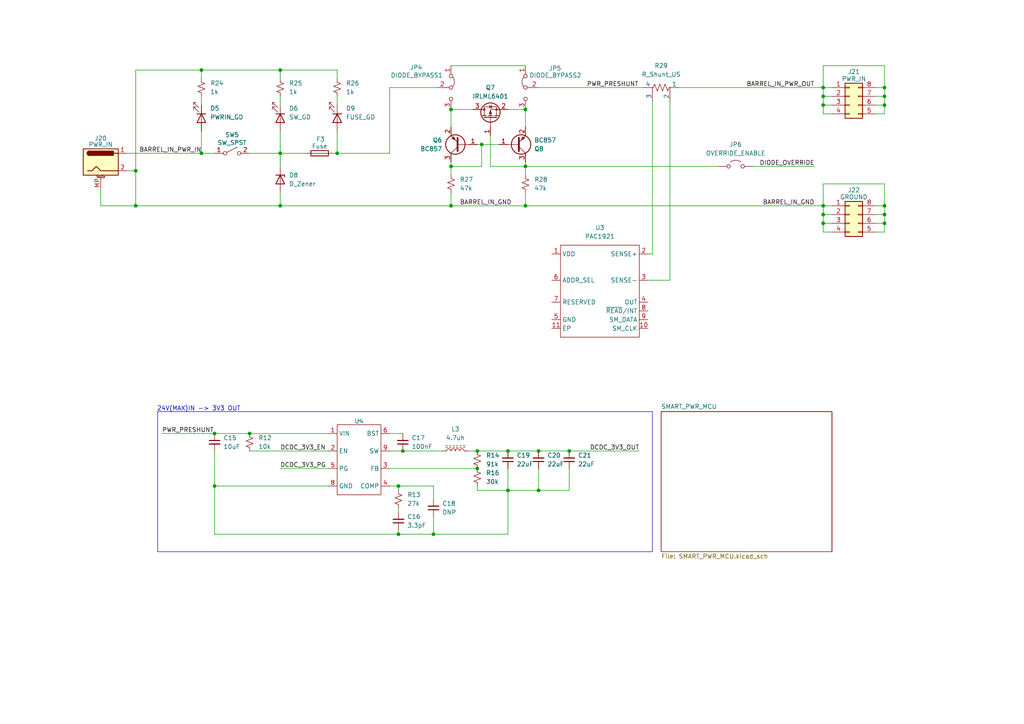
<source format=kicad_sch>
(kicad_sch
	(version 20250114)
	(generator "eeschema")
	(generator_version "9.0")
	(uuid "6b84ddbf-2918-42b9-bb43-68fb91f38aa5")
	(paper "A4")
	(lib_symbols
		(symbol "Connector:Barrel_Jack_MountingPin"
			(pin_names
				(hide yes)
			)
			(exclude_from_sim no)
			(in_bom yes)
			(on_board yes)
			(property "Reference" "J"
				(at 0 5.334 0)
				(effects
					(font
						(size 1.27 1.27)
					)
				)
			)
			(property "Value" "Barrel_Jack_MountingPin"
				(at 1.27 -6.35 0)
				(effects
					(font
						(size 1.27 1.27)
					)
					(justify left)
				)
			)
			(property "Footprint" ""
				(at 1.27 -1.016 0)
				(effects
					(font
						(size 1.27 1.27)
					)
					(hide yes)
				)
			)
			(property "Datasheet" "~"
				(at 1.27 -1.016 0)
				(effects
					(font
						(size 1.27 1.27)
					)
					(hide yes)
				)
			)
			(property "Description" "DC Barrel Jack with a mounting pin"
				(at 0 0 0)
				(effects
					(font
						(size 1.27 1.27)
					)
					(hide yes)
				)
			)
			(property "ki_keywords" "DC power barrel jack connector"
				(at 0 0 0)
				(effects
					(font
						(size 1.27 1.27)
					)
					(hide yes)
				)
			)
			(property "ki_fp_filters" "BarrelJack*"
				(at 0 0 0)
				(effects
					(font
						(size 1.27 1.27)
					)
					(hide yes)
				)
			)
			(symbol "Barrel_Jack_MountingPin_0_1"
				(rectangle
					(start -5.08 3.81)
					(end 5.08 -3.81)
					(stroke
						(width 0.254)
						(type default)
					)
					(fill
						(type background)
					)
				)
				(polyline
					(pts
						(xy -3.81 -2.54) (xy -2.54 -2.54) (xy -1.27 -1.27) (xy 0 -2.54) (xy 2.54 -2.54) (xy 5.08 -2.54)
					)
					(stroke
						(width 0.254)
						(type default)
					)
					(fill
						(type none)
					)
				)
				(arc
					(start -3.302 1.905)
					(mid -3.9343 2.54)
					(end -3.302 3.175)
					(stroke
						(width 0.254)
						(type default)
					)
					(fill
						(type none)
					)
				)
				(arc
					(start -3.302 1.905)
					(mid -3.9343 2.54)
					(end -3.302 3.175)
					(stroke
						(width 0.254)
						(type default)
					)
					(fill
						(type outline)
					)
				)
				(rectangle
					(start 3.683 3.175)
					(end -3.302 1.905)
					(stroke
						(width 0.254)
						(type default)
					)
					(fill
						(type outline)
					)
				)
				(polyline
					(pts
						(xy 5.08 2.54) (xy 3.81 2.54)
					)
					(stroke
						(width 0.254)
						(type default)
					)
					(fill
						(type none)
					)
				)
			)
			(symbol "Barrel_Jack_MountingPin_1_1"
				(polyline
					(pts
						(xy -1.016 -4.572) (xy 1.016 -4.572)
					)
					(stroke
						(width 0.1524)
						(type default)
					)
					(fill
						(type none)
					)
				)
				(text "Mounting"
					(at 0 -4.191 0)
					(effects
						(font
							(size 0.381 0.381)
						)
					)
				)
				(pin passive line
					(at 0 -7.62 90)
					(length 3.048)
					(name "MountPin"
						(effects
							(font
								(size 1.27 1.27)
							)
						)
					)
					(number "MP"
						(effects
							(font
								(size 1.27 1.27)
							)
						)
					)
				)
				(pin passive line
					(at 7.62 2.54 180)
					(length 2.54)
					(name "~"
						(effects
							(font
								(size 1.27 1.27)
							)
						)
					)
					(number "1"
						(effects
							(font
								(size 1.27 1.27)
							)
						)
					)
				)
				(pin passive line
					(at 7.62 -2.54 180)
					(length 2.54)
					(name "~"
						(effects
							(font
								(size 1.27 1.27)
							)
						)
					)
					(number "2"
						(effects
							(font
								(size 1.27 1.27)
							)
						)
					)
				)
			)
			(embedded_fonts no)
		)
		(symbol "Connector_Generic:Conn_02x04_Counter_Clockwise"
			(pin_names
				(offset 1.016)
				(hide yes)
			)
			(exclude_from_sim no)
			(in_bom yes)
			(on_board yes)
			(property "Reference" "J"
				(at 1.27 5.08 0)
				(effects
					(font
						(size 1.27 1.27)
					)
				)
			)
			(property "Value" "Conn_02x04_Counter_Clockwise"
				(at 1.27 -7.62 0)
				(effects
					(font
						(size 1.27 1.27)
					)
				)
			)
			(property "Footprint" ""
				(at 0 0 0)
				(effects
					(font
						(size 1.27 1.27)
					)
					(hide yes)
				)
			)
			(property "Datasheet" "~"
				(at 0 0 0)
				(effects
					(font
						(size 1.27 1.27)
					)
					(hide yes)
				)
			)
			(property "Description" "Generic connector, double row, 02x04, counter clockwise pin numbering scheme (similar to DIP package numbering), script generated (kicad-library-utils/schlib/autogen/connector/)"
				(at 0 0 0)
				(effects
					(font
						(size 1.27 1.27)
					)
					(hide yes)
				)
			)
			(property "ki_keywords" "connector"
				(at 0 0 0)
				(effects
					(font
						(size 1.27 1.27)
					)
					(hide yes)
				)
			)
			(property "ki_fp_filters" "Connector*:*_2x??_*"
				(at 0 0 0)
				(effects
					(font
						(size 1.27 1.27)
					)
					(hide yes)
				)
			)
			(symbol "Conn_02x04_Counter_Clockwise_1_1"
				(rectangle
					(start -1.27 3.81)
					(end 3.81 -6.35)
					(stroke
						(width 0.254)
						(type default)
					)
					(fill
						(type background)
					)
				)
				(rectangle
					(start -1.27 2.667)
					(end 0 2.413)
					(stroke
						(width 0.1524)
						(type default)
					)
					(fill
						(type none)
					)
				)
				(rectangle
					(start -1.27 0.127)
					(end 0 -0.127)
					(stroke
						(width 0.1524)
						(type default)
					)
					(fill
						(type none)
					)
				)
				(rectangle
					(start -1.27 -2.413)
					(end 0 -2.667)
					(stroke
						(width 0.1524)
						(type default)
					)
					(fill
						(type none)
					)
				)
				(rectangle
					(start -1.27 -4.953)
					(end 0 -5.207)
					(stroke
						(width 0.1524)
						(type default)
					)
					(fill
						(type none)
					)
				)
				(rectangle
					(start 3.81 2.667)
					(end 2.54 2.413)
					(stroke
						(width 0.1524)
						(type default)
					)
					(fill
						(type none)
					)
				)
				(rectangle
					(start 3.81 0.127)
					(end 2.54 -0.127)
					(stroke
						(width 0.1524)
						(type default)
					)
					(fill
						(type none)
					)
				)
				(rectangle
					(start 3.81 -2.413)
					(end 2.54 -2.667)
					(stroke
						(width 0.1524)
						(type default)
					)
					(fill
						(type none)
					)
				)
				(rectangle
					(start 3.81 -4.953)
					(end 2.54 -5.207)
					(stroke
						(width 0.1524)
						(type default)
					)
					(fill
						(type none)
					)
				)
				(pin passive line
					(at -5.08 2.54 0)
					(length 3.81)
					(name "Pin_1"
						(effects
							(font
								(size 1.27 1.27)
							)
						)
					)
					(number "1"
						(effects
							(font
								(size 1.27 1.27)
							)
						)
					)
				)
				(pin passive line
					(at -5.08 0 0)
					(length 3.81)
					(name "Pin_2"
						(effects
							(font
								(size 1.27 1.27)
							)
						)
					)
					(number "2"
						(effects
							(font
								(size 1.27 1.27)
							)
						)
					)
				)
				(pin passive line
					(at -5.08 -2.54 0)
					(length 3.81)
					(name "Pin_3"
						(effects
							(font
								(size 1.27 1.27)
							)
						)
					)
					(number "3"
						(effects
							(font
								(size 1.27 1.27)
							)
						)
					)
				)
				(pin passive line
					(at -5.08 -5.08 0)
					(length 3.81)
					(name "Pin_4"
						(effects
							(font
								(size 1.27 1.27)
							)
						)
					)
					(number "4"
						(effects
							(font
								(size 1.27 1.27)
							)
						)
					)
				)
				(pin passive line
					(at 7.62 2.54 180)
					(length 3.81)
					(name "Pin_8"
						(effects
							(font
								(size 1.27 1.27)
							)
						)
					)
					(number "8"
						(effects
							(font
								(size 1.27 1.27)
							)
						)
					)
				)
				(pin passive line
					(at 7.62 0 180)
					(length 3.81)
					(name "Pin_7"
						(effects
							(font
								(size 1.27 1.27)
							)
						)
					)
					(number "7"
						(effects
							(font
								(size 1.27 1.27)
							)
						)
					)
				)
				(pin passive line
					(at 7.62 -2.54 180)
					(length 3.81)
					(name "Pin_6"
						(effects
							(font
								(size 1.27 1.27)
							)
						)
					)
					(number "6"
						(effects
							(font
								(size 1.27 1.27)
							)
						)
					)
				)
				(pin passive line
					(at 7.62 -5.08 180)
					(length 3.81)
					(name "Pin_5"
						(effects
							(font
								(size 1.27 1.27)
							)
						)
					)
					(number "5"
						(effects
							(font
								(size 1.27 1.27)
							)
						)
					)
				)
			)
			(embedded_fonts no)
		)
		(symbol "Device:C_Small"
			(pin_numbers
				(hide yes)
			)
			(pin_names
				(offset 0.254)
				(hide yes)
			)
			(exclude_from_sim no)
			(in_bom yes)
			(on_board yes)
			(property "Reference" "C"
				(at 0.254 1.778 0)
				(effects
					(font
						(size 1.27 1.27)
					)
					(justify left)
				)
			)
			(property "Value" "C_Small"
				(at 0.254 -2.032 0)
				(effects
					(font
						(size 1.27 1.27)
					)
					(justify left)
				)
			)
			(property "Footprint" ""
				(at 0 0 0)
				(effects
					(font
						(size 1.27 1.27)
					)
					(hide yes)
				)
			)
			(property "Datasheet" "~"
				(at 0 0 0)
				(effects
					(font
						(size 1.27 1.27)
					)
					(hide yes)
				)
			)
			(property "Description" "Unpolarized capacitor, small symbol"
				(at 0 0 0)
				(effects
					(font
						(size 1.27 1.27)
					)
					(hide yes)
				)
			)
			(property "ki_keywords" "capacitor cap"
				(at 0 0 0)
				(effects
					(font
						(size 1.27 1.27)
					)
					(hide yes)
				)
			)
			(property "ki_fp_filters" "C_*"
				(at 0 0 0)
				(effects
					(font
						(size 1.27 1.27)
					)
					(hide yes)
				)
			)
			(symbol "C_Small_0_1"
				(polyline
					(pts
						(xy -1.524 0.508) (xy 1.524 0.508)
					)
					(stroke
						(width 0.3048)
						(type default)
					)
					(fill
						(type none)
					)
				)
				(polyline
					(pts
						(xy -1.524 -0.508) (xy 1.524 -0.508)
					)
					(stroke
						(width 0.3302)
						(type default)
					)
					(fill
						(type none)
					)
				)
			)
			(symbol "C_Small_1_1"
				(pin passive line
					(at 0 2.54 270)
					(length 2.032)
					(name "~"
						(effects
							(font
								(size 1.27 1.27)
							)
						)
					)
					(number "1"
						(effects
							(font
								(size 1.27 1.27)
							)
						)
					)
				)
				(pin passive line
					(at 0 -2.54 90)
					(length 2.032)
					(name "~"
						(effects
							(font
								(size 1.27 1.27)
							)
						)
					)
					(number "2"
						(effects
							(font
								(size 1.27 1.27)
							)
						)
					)
				)
			)
			(embedded_fonts no)
		)
		(symbol "Device:D_Zener"
			(pin_numbers
				(hide yes)
			)
			(pin_names
				(offset 1.016)
				(hide yes)
			)
			(exclude_from_sim no)
			(in_bom yes)
			(on_board yes)
			(property "Reference" "D"
				(at 0 2.54 0)
				(effects
					(font
						(size 1.27 1.27)
					)
				)
			)
			(property "Value" "D_Zener"
				(at 0 -2.54 0)
				(effects
					(font
						(size 1.27 1.27)
					)
				)
			)
			(property "Footprint" ""
				(at 0 0 0)
				(effects
					(font
						(size 1.27 1.27)
					)
					(hide yes)
				)
			)
			(property "Datasheet" "~"
				(at 0 0 0)
				(effects
					(font
						(size 1.27 1.27)
					)
					(hide yes)
				)
			)
			(property "Description" "Zener diode"
				(at 0 0 0)
				(effects
					(font
						(size 1.27 1.27)
					)
					(hide yes)
				)
			)
			(property "ki_keywords" "diode"
				(at 0 0 0)
				(effects
					(font
						(size 1.27 1.27)
					)
					(hide yes)
				)
			)
			(property "ki_fp_filters" "TO-???* *_Diode_* *SingleDiode* D_*"
				(at 0 0 0)
				(effects
					(font
						(size 1.27 1.27)
					)
					(hide yes)
				)
			)
			(symbol "D_Zener_0_1"
				(polyline
					(pts
						(xy -1.27 -1.27) (xy -1.27 1.27) (xy -0.762 1.27)
					)
					(stroke
						(width 0.254)
						(type default)
					)
					(fill
						(type none)
					)
				)
				(polyline
					(pts
						(xy 1.27 0) (xy -1.27 0)
					)
					(stroke
						(width 0)
						(type default)
					)
					(fill
						(type none)
					)
				)
				(polyline
					(pts
						(xy 1.27 -1.27) (xy 1.27 1.27) (xy -1.27 0) (xy 1.27 -1.27)
					)
					(stroke
						(width 0.254)
						(type default)
					)
					(fill
						(type none)
					)
				)
			)
			(symbol "D_Zener_1_1"
				(pin passive line
					(at -3.81 0 0)
					(length 2.54)
					(name "K"
						(effects
							(font
								(size 1.27 1.27)
							)
						)
					)
					(number "1"
						(effects
							(font
								(size 1.27 1.27)
							)
						)
					)
				)
				(pin passive line
					(at 3.81 0 180)
					(length 2.54)
					(name "A"
						(effects
							(font
								(size 1.27 1.27)
							)
						)
					)
					(number "2"
						(effects
							(font
								(size 1.27 1.27)
							)
						)
					)
				)
			)
			(embedded_fonts no)
		)
		(symbol "Device:Fuse"
			(pin_numbers
				(hide yes)
			)
			(pin_names
				(offset 0)
			)
			(exclude_from_sim no)
			(in_bom yes)
			(on_board yes)
			(property "Reference" "F"
				(at 2.032 0 90)
				(effects
					(font
						(size 1.27 1.27)
					)
				)
			)
			(property "Value" "Fuse"
				(at -1.905 0 90)
				(effects
					(font
						(size 1.27 1.27)
					)
				)
			)
			(property "Footprint" ""
				(at -1.778 0 90)
				(effects
					(font
						(size 1.27 1.27)
					)
					(hide yes)
				)
			)
			(property "Datasheet" "~"
				(at 0 0 0)
				(effects
					(font
						(size 1.27 1.27)
					)
					(hide yes)
				)
			)
			(property "Description" "Fuse"
				(at 0 0 0)
				(effects
					(font
						(size 1.27 1.27)
					)
					(hide yes)
				)
			)
			(property "ki_keywords" "fuse"
				(at 0 0 0)
				(effects
					(font
						(size 1.27 1.27)
					)
					(hide yes)
				)
			)
			(property "ki_fp_filters" "*Fuse*"
				(at 0 0 0)
				(effects
					(font
						(size 1.27 1.27)
					)
					(hide yes)
				)
			)
			(symbol "Fuse_0_1"
				(rectangle
					(start -0.762 -2.54)
					(end 0.762 2.54)
					(stroke
						(width 0.254)
						(type default)
					)
					(fill
						(type none)
					)
				)
				(polyline
					(pts
						(xy 0 2.54) (xy 0 -2.54)
					)
					(stroke
						(width 0)
						(type default)
					)
					(fill
						(type none)
					)
				)
			)
			(symbol "Fuse_1_1"
				(pin passive line
					(at 0 3.81 270)
					(length 1.27)
					(name "~"
						(effects
							(font
								(size 1.27 1.27)
							)
						)
					)
					(number "1"
						(effects
							(font
								(size 1.27 1.27)
							)
						)
					)
				)
				(pin passive line
					(at 0 -3.81 90)
					(length 1.27)
					(name "~"
						(effects
							(font
								(size 1.27 1.27)
							)
						)
					)
					(number "2"
						(effects
							(font
								(size 1.27 1.27)
							)
						)
					)
				)
			)
			(embedded_fonts no)
		)
		(symbol "Device:LED"
			(pin_numbers
				(hide yes)
			)
			(pin_names
				(offset 1.016)
				(hide yes)
			)
			(exclude_from_sim no)
			(in_bom yes)
			(on_board yes)
			(property "Reference" "D"
				(at 0 2.54 0)
				(effects
					(font
						(size 1.27 1.27)
					)
				)
			)
			(property "Value" "LED"
				(at 0 -2.54 0)
				(effects
					(font
						(size 1.27 1.27)
					)
				)
			)
			(property "Footprint" ""
				(at 0 0 0)
				(effects
					(font
						(size 1.27 1.27)
					)
					(hide yes)
				)
			)
			(property "Datasheet" "~"
				(at 0 0 0)
				(effects
					(font
						(size 1.27 1.27)
					)
					(hide yes)
				)
			)
			(property "Description" "Light emitting diode"
				(at 0 0 0)
				(effects
					(font
						(size 1.27 1.27)
					)
					(hide yes)
				)
			)
			(property "Sim.Pins" "1=K 2=A"
				(at 0 0 0)
				(effects
					(font
						(size 1.27 1.27)
					)
					(hide yes)
				)
			)
			(property "ki_keywords" "LED diode"
				(at 0 0 0)
				(effects
					(font
						(size 1.27 1.27)
					)
					(hide yes)
				)
			)
			(property "ki_fp_filters" "LED* LED_SMD:* LED_THT:*"
				(at 0 0 0)
				(effects
					(font
						(size 1.27 1.27)
					)
					(hide yes)
				)
			)
			(symbol "LED_0_1"
				(polyline
					(pts
						(xy -3.048 -0.762) (xy -4.572 -2.286) (xy -3.81 -2.286) (xy -4.572 -2.286) (xy -4.572 -1.524)
					)
					(stroke
						(width 0)
						(type default)
					)
					(fill
						(type none)
					)
				)
				(polyline
					(pts
						(xy -1.778 -0.762) (xy -3.302 -2.286) (xy -2.54 -2.286) (xy -3.302 -2.286) (xy -3.302 -1.524)
					)
					(stroke
						(width 0)
						(type default)
					)
					(fill
						(type none)
					)
				)
				(polyline
					(pts
						(xy -1.27 0) (xy 1.27 0)
					)
					(stroke
						(width 0)
						(type default)
					)
					(fill
						(type none)
					)
				)
				(polyline
					(pts
						(xy -1.27 -1.27) (xy -1.27 1.27)
					)
					(stroke
						(width 0.254)
						(type default)
					)
					(fill
						(type none)
					)
				)
				(polyline
					(pts
						(xy 1.27 -1.27) (xy 1.27 1.27) (xy -1.27 0) (xy 1.27 -1.27)
					)
					(stroke
						(width 0.254)
						(type default)
					)
					(fill
						(type none)
					)
				)
			)
			(symbol "LED_1_1"
				(pin passive line
					(at -3.81 0 0)
					(length 2.54)
					(name "K"
						(effects
							(font
								(size 1.27 1.27)
							)
						)
					)
					(number "1"
						(effects
							(font
								(size 1.27 1.27)
							)
						)
					)
				)
				(pin passive line
					(at 3.81 0 180)
					(length 2.54)
					(name "A"
						(effects
							(font
								(size 1.27 1.27)
							)
						)
					)
					(number "2"
						(effects
							(font
								(size 1.27 1.27)
							)
						)
					)
				)
			)
			(embedded_fonts no)
		)
		(symbol "Device:L_Ferrite"
			(pin_numbers
				(hide yes)
			)
			(pin_names
				(offset 1.016)
				(hide yes)
			)
			(exclude_from_sim no)
			(in_bom yes)
			(on_board yes)
			(property "Reference" "L"
				(at -1.27 0 90)
				(effects
					(font
						(size 1.27 1.27)
					)
				)
			)
			(property "Value" "L_Ferrite"
				(at 2.794 0 90)
				(effects
					(font
						(size 1.27 1.27)
					)
				)
			)
			(property "Footprint" ""
				(at 0 0 0)
				(effects
					(font
						(size 1.27 1.27)
					)
					(hide yes)
				)
			)
			(property "Datasheet" "~"
				(at 0 0 0)
				(effects
					(font
						(size 1.27 1.27)
					)
					(hide yes)
				)
			)
			(property "Description" "Inductor with ferrite core"
				(at 0 0 0)
				(effects
					(font
						(size 1.27 1.27)
					)
					(hide yes)
				)
			)
			(property "ki_keywords" "inductor choke coil reactor magnetic"
				(at 0 0 0)
				(effects
					(font
						(size 1.27 1.27)
					)
					(hide yes)
				)
			)
			(property "ki_fp_filters" "Choke_* *Coil* Inductor_* L_*"
				(at 0 0 0)
				(effects
					(font
						(size 1.27 1.27)
					)
					(hide yes)
				)
			)
			(symbol "L_Ferrite_0_1"
				(arc
					(start 0 2.54)
					(mid 0.6323 1.905)
					(end 0 1.27)
					(stroke
						(width 0)
						(type default)
					)
					(fill
						(type none)
					)
				)
				(arc
					(start 0 1.27)
					(mid 0.6323 0.635)
					(end 0 0)
					(stroke
						(width 0)
						(type default)
					)
					(fill
						(type none)
					)
				)
				(arc
					(start 0 0)
					(mid 0.6323 -0.635)
					(end 0 -1.27)
					(stroke
						(width 0)
						(type default)
					)
					(fill
						(type none)
					)
				)
				(arc
					(start 0 -1.27)
					(mid 0.6323 -1.905)
					(end 0 -2.54)
					(stroke
						(width 0)
						(type default)
					)
					(fill
						(type none)
					)
				)
				(polyline
					(pts
						(xy 1.016 2.286) (xy 1.016 2.794)
					)
					(stroke
						(width 0)
						(type default)
					)
					(fill
						(type none)
					)
				)
				(polyline
					(pts
						(xy 1.016 1.27) (xy 1.016 1.778)
					)
					(stroke
						(width 0)
						(type default)
					)
					(fill
						(type none)
					)
				)
				(polyline
					(pts
						(xy 1.016 0.254) (xy 1.016 0.762)
					)
					(stroke
						(width 0)
						(type default)
					)
					(fill
						(type none)
					)
				)
				(polyline
					(pts
						(xy 1.016 -0.762) (xy 1.016 -0.254)
					)
					(stroke
						(width 0)
						(type default)
					)
					(fill
						(type none)
					)
				)
				(polyline
					(pts
						(xy 1.016 -1.778) (xy 1.016 -1.27)
					)
					(stroke
						(width 0)
						(type default)
					)
					(fill
						(type none)
					)
				)
				(polyline
					(pts
						(xy 1.016 -2.794) (xy 1.016 -2.286)
					)
					(stroke
						(width 0)
						(type default)
					)
					(fill
						(type none)
					)
				)
				(polyline
					(pts
						(xy 1.524 2.794) (xy 1.524 2.286)
					)
					(stroke
						(width 0)
						(type default)
					)
					(fill
						(type none)
					)
				)
				(polyline
					(pts
						(xy 1.524 1.778) (xy 1.524 1.27)
					)
					(stroke
						(width 0)
						(type default)
					)
					(fill
						(type none)
					)
				)
				(polyline
					(pts
						(xy 1.524 0.762) (xy 1.524 0.254)
					)
					(stroke
						(width 0)
						(type default)
					)
					(fill
						(type none)
					)
				)
				(polyline
					(pts
						(xy 1.524 -0.254) (xy 1.524 -0.762)
					)
					(stroke
						(width 0)
						(type default)
					)
					(fill
						(type none)
					)
				)
				(polyline
					(pts
						(xy 1.524 -1.27) (xy 1.524 -1.778)
					)
					(stroke
						(width 0)
						(type default)
					)
					(fill
						(type none)
					)
				)
				(polyline
					(pts
						(xy 1.524 -2.286) (xy 1.524 -2.794)
					)
					(stroke
						(width 0)
						(type default)
					)
					(fill
						(type none)
					)
				)
			)
			(symbol "L_Ferrite_1_1"
				(pin passive line
					(at 0 3.81 270)
					(length 1.27)
					(name "1"
						(effects
							(font
								(size 1.27 1.27)
							)
						)
					)
					(number "1"
						(effects
							(font
								(size 1.27 1.27)
							)
						)
					)
				)
				(pin passive line
					(at 0 -3.81 90)
					(length 1.27)
					(name "2"
						(effects
							(font
								(size 1.27 1.27)
							)
						)
					)
					(number "2"
						(effects
							(font
								(size 1.27 1.27)
							)
						)
					)
				)
			)
			(embedded_fonts no)
		)
		(symbol "Device:R_Shunt_US"
			(pin_numbers
				(hide yes)
			)
			(pin_names
				(offset 0)
			)
			(exclude_from_sim no)
			(in_bom yes)
			(on_board yes)
			(property "Reference" "R"
				(at -5.08 0 90)
				(effects
					(font
						(size 1.27 1.27)
					)
				)
			)
			(property "Value" "R_Shunt_US"
				(at -3.048 0 90)
				(effects
					(font
						(size 1.27 1.27)
					)
				)
			)
			(property "Footprint" ""
				(at -1.778 0 90)
				(effects
					(font
						(size 1.27 1.27)
					)
					(hide yes)
				)
			)
			(property "Datasheet" "~"
				(at 0 0 0)
				(effects
					(font
						(size 1.27 1.27)
					)
					(hide yes)
				)
			)
			(property "Description" "Shunt resistor, US symbol"
				(at 0 0 0)
				(effects
					(font
						(size 1.27 1.27)
					)
					(hide yes)
				)
			)
			(property "ki_keywords" "R res shunt resistor"
				(at 0 0 0)
				(effects
					(font
						(size 1.27 1.27)
					)
					(hide yes)
				)
			)
			(property "ki_fp_filters" "R_*Shunt*"
				(at 0 0 0)
				(effects
					(font
						(size 1.27 1.27)
					)
					(hide yes)
				)
			)
			(symbol "R_Shunt_US_1_1"
				(polyline
					(pts
						(xy 0 2.286) (xy 0 2.54)
					)
					(stroke
						(width 0)
						(type default)
					)
					(fill
						(type none)
					)
				)
				(polyline
					(pts
						(xy 0 2.286) (xy 1.016 1.905) (xy 0 1.524) (xy -1.016 1.143) (xy 0 0.762)
					)
					(stroke
						(width 0)
						(type default)
					)
					(fill
						(type none)
					)
				)
				(polyline
					(pts
						(xy 0 0.762) (xy 1.016 0.381) (xy 0 0) (xy -1.016 -0.381) (xy 0 -0.762)
					)
					(stroke
						(width 0)
						(type default)
					)
					(fill
						(type none)
					)
				)
				(polyline
					(pts
						(xy 0 -0.762) (xy 1.016 -1.143) (xy 0 -1.524) (xy -1.016 -1.905) (xy 0 -2.286)
					)
					(stroke
						(width 0)
						(type default)
					)
					(fill
						(type none)
					)
				)
				(polyline
					(pts
						(xy 0 -2.286) (xy 0 -2.54)
					)
					(stroke
						(width 0)
						(type default)
					)
					(fill
						(type none)
					)
				)
				(polyline
					(pts
						(xy 0 -2.54) (xy 1.27 -2.54)
					)
					(stroke
						(width 0)
						(type default)
					)
					(fill
						(type none)
					)
				)
				(polyline
					(pts
						(xy 1.27 2.54) (xy 0 2.54)
					)
					(stroke
						(width 0)
						(type default)
					)
					(fill
						(type none)
					)
				)
				(pin passive line
					(at 0 5.08 270)
					(length 2.54)
					(name "1"
						(effects
							(font
								(size 1.27 1.27)
							)
						)
					)
					(number "1"
						(effects
							(font
								(size 1.27 1.27)
							)
						)
					)
				)
				(pin passive line
					(at 0 -5.08 90)
					(length 2.54)
					(name "4"
						(effects
							(font
								(size 1.27 1.27)
							)
						)
					)
					(number "4"
						(effects
							(font
								(size 1.27 1.27)
							)
						)
					)
				)
				(pin passive line
					(at 3.81 2.54 180)
					(length 2.54)
					(name "2"
						(effects
							(font
								(size 1.27 1.27)
							)
						)
					)
					(number "2"
						(effects
							(font
								(size 1.27 1.27)
							)
						)
					)
				)
				(pin passive line
					(at 3.81 -2.54 180)
					(length 2.54)
					(name "3"
						(effects
							(font
								(size 1.27 1.27)
							)
						)
					)
					(number "3"
						(effects
							(font
								(size 1.27 1.27)
							)
						)
					)
				)
			)
			(embedded_fonts no)
		)
		(symbol "Device:R_Small_US"
			(pin_numbers
				(hide yes)
			)
			(pin_names
				(offset 0.254)
				(hide yes)
			)
			(exclude_from_sim no)
			(in_bom yes)
			(on_board yes)
			(property "Reference" "R"
				(at 0.762 0.508 0)
				(effects
					(font
						(size 1.27 1.27)
					)
					(justify left)
				)
			)
			(property "Value" "R_Small_US"
				(at 0.762 -1.016 0)
				(effects
					(font
						(size 1.27 1.27)
					)
					(justify left)
				)
			)
			(property "Footprint" ""
				(at 0 0 0)
				(effects
					(font
						(size 1.27 1.27)
					)
					(hide yes)
				)
			)
			(property "Datasheet" "~"
				(at 0 0 0)
				(effects
					(font
						(size 1.27 1.27)
					)
					(hide yes)
				)
			)
			(property "Description" "Resistor, small US symbol"
				(at 0 0 0)
				(effects
					(font
						(size 1.27 1.27)
					)
					(hide yes)
				)
			)
			(property "ki_keywords" "r resistor"
				(at 0 0 0)
				(effects
					(font
						(size 1.27 1.27)
					)
					(hide yes)
				)
			)
			(property "ki_fp_filters" "R_*"
				(at 0 0 0)
				(effects
					(font
						(size 1.27 1.27)
					)
					(hide yes)
				)
			)
			(symbol "R_Small_US_1_1"
				(polyline
					(pts
						(xy 0 1.524) (xy 1.016 1.143) (xy 0 0.762) (xy -1.016 0.381) (xy 0 0)
					)
					(stroke
						(width 0)
						(type default)
					)
					(fill
						(type none)
					)
				)
				(polyline
					(pts
						(xy 0 0) (xy 1.016 -0.381) (xy 0 -0.762) (xy -1.016 -1.143) (xy 0 -1.524)
					)
					(stroke
						(width 0)
						(type default)
					)
					(fill
						(type none)
					)
				)
				(pin passive line
					(at 0 2.54 270)
					(length 1.016)
					(name "~"
						(effects
							(font
								(size 1.27 1.27)
							)
						)
					)
					(number "1"
						(effects
							(font
								(size 1.27 1.27)
							)
						)
					)
				)
				(pin passive line
					(at 0 -2.54 90)
					(length 1.016)
					(name "~"
						(effects
							(font
								(size 1.27 1.27)
							)
						)
					)
					(number "2"
						(effects
							(font
								(size 1.27 1.27)
							)
						)
					)
				)
			)
			(embedded_fonts no)
		)
		(symbol "EXT_CSENSE:PAC1921"
			(exclude_from_sim no)
			(in_bom yes)
			(on_board yes)
			(property "Reference" "U"
				(at 0 0 0)
				(effects
					(font
						(size 1.27 1.27)
					)
				)
			)
			(property "Value" "PAC1921"
				(at 0 0 0)
				(effects
					(font
						(size 1.27 1.27)
					)
				)
			)
			(property "Footprint" "Package_DFN_QFN:DFN-10-1EP_3x3mm_P0.5mm_EP1.58x2.35mm"
				(at 0 0 0)
				(effects
					(font
						(size 1.27 1.27)
					)
					(hide yes)
				)
			)
			(property "Datasheet" "https://ww1.microchip.com/downloads/en/DeviceDoc/PAC1921-Data-Sheet-DS20005293E.pdf"
				(at 0 0 0)
				(effects
					(font
						(size 1.27 1.27)
					)
					(hide yes)
				)
			)
			(property "Description" "The PAC1921 is a dedicated power-monitoring device with a configurable analog output that can present power, current or voltage."
				(at 0 0 0)
				(effects
					(font
						(size 1.27 1.27)
					)
					(hide yes)
				)
			)
			(property "ki_keywords" "High-Side Power/Current Monitor with Analog Output"
				(at 0 0 0)
				(effects
					(font
						(size 1.27 1.27)
					)
					(hide yes)
				)
			)
			(symbol "PAC1921_0_1"
				(rectangle
					(start -11.43 -1.27)
					(end 11.43 -27.94)
					(stroke
						(width 0)
						(type default)
					)
					(fill
						(type none)
					)
				)
			)
			(symbol "PAC1921_1_1"
				(pin power_in line
					(at -13.97 -3.81 0)
					(length 2.54)
					(name "VDD"
						(effects
							(font
								(size 1.27 1.27)
							)
						)
					)
					(number "1"
						(effects
							(font
								(size 1.27 1.27)
							)
						)
					)
				)
				(pin input line
					(at -13.97 -11.43 0)
					(length 2.54)
					(name "ADDR_SEL"
						(effects
							(font
								(size 1.27 1.27)
							)
						)
					)
					(number "6"
						(effects
							(font
								(size 1.27 1.27)
							)
						)
					)
				)
				(pin input line
					(at -13.97 -17.78 0)
					(length 2.54)
					(name "RESERVED"
						(effects
							(font
								(size 1.27 1.27)
							)
						)
					)
					(number "7"
						(effects
							(font
								(size 1.27 1.27)
							)
						)
					)
				)
				(pin input line
					(at -13.97 -22.86 0)
					(length 2.54)
					(name "GND"
						(effects
							(font
								(size 1.27 1.27)
							)
						)
					)
					(number "5"
						(effects
							(font
								(size 1.27 1.27)
							)
						)
					)
				)
				(pin bidirectional line
					(at -13.97 -25.4 0)
					(length 2.54)
					(name "EP"
						(effects
							(font
								(size 1.27 1.27)
							)
						)
					)
					(number "11"
						(effects
							(font
								(size 1.27 1.27)
							)
						)
					)
				)
				(pin input line
					(at 13.97 -3.81 180)
					(length 2.54)
					(name "SENSE+"
						(effects
							(font
								(size 1.27 1.27)
							)
						)
					)
					(number "2"
						(effects
							(font
								(size 1.27 1.27)
							)
						)
					)
				)
				(pin input line
					(at 13.97 -11.43 180)
					(length 2.54)
					(name "SENSE-"
						(effects
							(font
								(size 1.27 1.27)
							)
						)
					)
					(number "3"
						(effects
							(font
								(size 1.27 1.27)
							)
						)
					)
				)
				(pin input line
					(at 13.97 -17.78 180)
					(length 2.54)
					(name "OUT"
						(effects
							(font
								(size 1.27 1.27)
							)
						)
					)
					(number "4"
						(effects
							(font
								(size 1.27 1.27)
							)
						)
					)
				)
				(pin output line
					(at 13.97 -20.32 180)
					(length 2.54)
					(name "~{READ}/INT"
						(effects
							(font
								(size 1.27 1.27)
							)
						)
					)
					(number "8"
						(effects
							(font
								(size 1.27 1.27)
							)
						)
					)
				)
				(pin bidirectional line
					(at 13.97 -22.86 180)
					(length 2.54)
					(name "SM_DATA"
						(effects
							(font
								(size 1.27 1.27)
							)
						)
					)
					(number "9"
						(effects
							(font
								(size 1.27 1.27)
							)
						)
					)
				)
				(pin bidirectional line
					(at 13.97 -25.4 180)
					(length 2.54)
					(name "SM_CLK"
						(effects
							(font
								(size 1.27 1.27)
							)
						)
					)
					(number "10"
						(effects
							(font
								(size 1.27 1.27)
							)
						)
					)
				)
			)
			(embedded_fonts no)
		)
		(symbol "EXT_DCDC:AP63356Q"
			(exclude_from_sim no)
			(in_bom yes)
			(on_board yes)
			(property "Reference" "U"
				(at 0 1.016 0)
				(effects
					(font
						(size 1.27 1.27)
					)
				)
			)
			(property "Value" ""
				(at 0 0 0)
				(effects
					(font
						(size 1.27 1.27)
					)
				)
			)
			(property "Footprint" ""
				(at 0 0 0)
				(effects
					(font
						(size 1.27 1.27)
					)
					(hide yes)
				)
			)
			(property "Datasheet" ""
				(at 0 0 0)
				(effects
					(font
						(size 1.27 1.27)
					)
					(hide yes)
				)
			)
			(property "Description" ""
				(at 0 0 0)
				(effects
					(font
						(size 1.27 1.27)
					)
					(hide yes)
				)
			)
			(symbol "AP63356Q_0_1"
				(rectangle
					(start -6.35 0)
					(end 6.35 -20.32)
					(stroke
						(width 0)
						(type default)
					)
					(fill
						(type none)
					)
				)
			)
			(symbol "AP63356Q_1_1"
				(pin input line
					(at -8.89 -2.54 0)
					(length 2.54)
					(name "VIN"
						(effects
							(font
								(size 1.27 1.27)
							)
						)
					)
					(number "1"
						(effects
							(font
								(size 1.27 1.27)
							)
						)
					)
				)
				(pin input line
					(at -8.89 -7.62 0)
					(length 2.54)
					(name "EN"
						(effects
							(font
								(size 1.27 1.27)
							)
						)
					)
					(number "2"
						(effects
							(font
								(size 1.27 1.27)
							)
						)
					)
				)
				(pin output line
					(at -8.89 -12.7 0)
					(length 2.54)
					(name "PG"
						(effects
							(font
								(size 1.27 1.27)
							)
						)
					)
					(number "5"
						(effects
							(font
								(size 1.27 1.27)
							)
						)
					)
				)
				(pin no_connect line
					(at -8.89 -15.24 0)
					(length 2.54)
					(hide yes)
					(name "NC"
						(effects
							(font
								(size 1.27 1.27)
							)
						)
					)
					(number "7"
						(effects
							(font
								(size 1.27 1.27)
							)
						)
					)
				)
				(pin power_in line
					(at -8.89 -17.78 0)
					(length 2.54)
					(name "GND"
						(effects
							(font
								(size 1.27 1.27)
							)
						)
					)
					(number "8"
						(effects
							(font
								(size 1.27 1.27)
							)
						)
					)
				)
				(pin input line
					(at 8.89 -2.54 180)
					(length 2.54)
					(name "BST"
						(effects
							(font
								(size 1.27 1.27)
							)
						)
					)
					(number "6"
						(effects
							(font
								(size 1.27 1.27)
							)
						)
					)
				)
				(pin bidirectional line
					(at 8.89 -7.62 180)
					(length 2.54)
					(name "SW"
						(effects
							(font
								(size 1.27 1.27)
							)
						)
					)
					(number "9"
						(effects
							(font
								(size 1.27 1.27)
							)
						)
					)
				)
				(pin input line
					(at 8.89 -12.7 180)
					(length 2.54)
					(name "FB"
						(effects
							(font
								(size 1.27 1.27)
							)
						)
					)
					(number "3"
						(effects
							(font
								(size 1.27 1.27)
							)
						)
					)
				)
				(pin input line
					(at 8.89 -17.78 180)
					(length 2.54)
					(name "COMP"
						(effects
							(font
								(size 1.27 1.27)
							)
						)
					)
					(number "4"
						(effects
							(font
								(size 1.27 1.27)
							)
						)
					)
				)
			)
			(embedded_fonts no)
		)
		(symbol "Jumper:Jumper_2_Open"
			(pin_numbers
				(hide yes)
			)
			(pin_names
				(offset 0)
				(hide yes)
			)
			(exclude_from_sim yes)
			(in_bom yes)
			(on_board yes)
			(property "Reference" "JP"
				(at 0 2.794 0)
				(effects
					(font
						(size 1.27 1.27)
					)
				)
			)
			(property "Value" "Jumper_2_Open"
				(at 0 -2.286 0)
				(effects
					(font
						(size 1.27 1.27)
					)
				)
			)
			(property "Footprint" ""
				(at 0 0 0)
				(effects
					(font
						(size 1.27 1.27)
					)
					(hide yes)
				)
			)
			(property "Datasheet" "~"
				(at 0 0 0)
				(effects
					(font
						(size 1.27 1.27)
					)
					(hide yes)
				)
			)
			(property "Description" "Jumper, 2-pole, open"
				(at 0 0 0)
				(effects
					(font
						(size 1.27 1.27)
					)
					(hide yes)
				)
			)
			(property "ki_keywords" "Jumper SPST"
				(at 0 0 0)
				(effects
					(font
						(size 1.27 1.27)
					)
					(hide yes)
				)
			)
			(property "ki_fp_filters" "Jumper* TestPoint*2Pads* TestPoint*Bridge*"
				(at 0 0 0)
				(effects
					(font
						(size 1.27 1.27)
					)
					(hide yes)
				)
			)
			(symbol "Jumper_2_Open_0_0"
				(circle
					(center -2.032 0)
					(radius 0.508)
					(stroke
						(width 0)
						(type default)
					)
					(fill
						(type none)
					)
				)
				(circle
					(center 2.032 0)
					(radius 0.508)
					(stroke
						(width 0)
						(type default)
					)
					(fill
						(type none)
					)
				)
			)
			(symbol "Jumper_2_Open_0_1"
				(arc
					(start -1.524 1.27)
					(mid 0 1.778)
					(end 1.524 1.27)
					(stroke
						(width 0)
						(type default)
					)
					(fill
						(type none)
					)
				)
			)
			(symbol "Jumper_2_Open_1_1"
				(pin passive line
					(at -5.08 0 0)
					(length 2.54)
					(name "A"
						(effects
							(font
								(size 1.27 1.27)
							)
						)
					)
					(number "1"
						(effects
							(font
								(size 1.27 1.27)
							)
						)
					)
				)
				(pin passive line
					(at 5.08 0 180)
					(length 2.54)
					(name "B"
						(effects
							(font
								(size 1.27 1.27)
							)
						)
					)
					(number "2"
						(effects
							(font
								(size 1.27 1.27)
							)
						)
					)
				)
			)
			(embedded_fonts no)
		)
		(symbol "Jumper:Jumper_3_Bridged12"
			(pin_names
				(offset 0)
				(hide yes)
			)
			(exclude_from_sim yes)
			(in_bom no)
			(on_board yes)
			(property "Reference" "JP"
				(at -2.54 -2.54 0)
				(effects
					(font
						(size 1.27 1.27)
					)
				)
			)
			(property "Value" "Jumper_3_Bridged12"
				(at 0 2.794 0)
				(effects
					(font
						(size 1.27 1.27)
					)
				)
			)
			(property "Footprint" ""
				(at 0 0 0)
				(effects
					(font
						(size 1.27 1.27)
					)
					(hide yes)
				)
			)
			(property "Datasheet" "~"
				(at 0 0 0)
				(effects
					(font
						(size 1.27 1.27)
					)
					(hide yes)
				)
			)
			(property "Description" "Jumper, 3-pole, pins 1+2 closed/bridged"
				(at 0 0 0)
				(effects
					(font
						(size 1.27 1.27)
					)
					(hide yes)
				)
			)
			(property "ki_keywords" "Jumper SPDT"
				(at 0 0 0)
				(effects
					(font
						(size 1.27 1.27)
					)
					(hide yes)
				)
			)
			(property "ki_fp_filters" "Jumper* TestPoint*3Pads* TestPoint*Bridge*"
				(at 0 0 0)
				(effects
					(font
						(size 1.27 1.27)
					)
					(hide yes)
				)
			)
			(symbol "Jumper_3_Bridged12_0_0"
				(circle
					(center -3.302 0)
					(radius 0.508)
					(stroke
						(width 0)
						(type default)
					)
					(fill
						(type none)
					)
				)
				(circle
					(center 0 0)
					(radius 0.508)
					(stroke
						(width 0)
						(type default)
					)
					(fill
						(type none)
					)
				)
				(circle
					(center 3.302 0)
					(radius 0.508)
					(stroke
						(width 0)
						(type default)
					)
					(fill
						(type none)
					)
				)
			)
			(symbol "Jumper_3_Bridged12_0_1"
				(arc
					(start -3.048 0.508)
					(mid -1.651 0.9912)
					(end -0.254 0.508)
					(stroke
						(width 0)
						(type default)
					)
					(fill
						(type none)
					)
				)
				(polyline
					(pts
						(xy 0 -1.27) (xy 0 -0.508)
					)
					(stroke
						(width 0)
						(type default)
					)
					(fill
						(type none)
					)
				)
			)
			(symbol "Jumper_3_Bridged12_1_1"
				(pin passive line
					(at -6.35 0 0)
					(length 2.54)
					(name "A"
						(effects
							(font
								(size 1.27 1.27)
							)
						)
					)
					(number "1"
						(effects
							(font
								(size 1.27 1.27)
							)
						)
					)
				)
				(pin passive line
					(at 0 -3.81 90)
					(length 2.54)
					(name "C"
						(effects
							(font
								(size 1.27 1.27)
							)
						)
					)
					(number "2"
						(effects
							(font
								(size 1.27 1.27)
							)
						)
					)
				)
				(pin passive line
					(at 6.35 0 180)
					(length 2.54)
					(name "B"
						(effects
							(font
								(size 1.27 1.27)
							)
						)
					)
					(number "3"
						(effects
							(font
								(size 1.27 1.27)
							)
						)
					)
				)
			)
			(embedded_fonts no)
		)
		(symbol "Switch:SW_SPST"
			(pin_names
				(offset 0)
				(hide yes)
			)
			(exclude_from_sim no)
			(in_bom yes)
			(on_board yes)
			(property "Reference" "SW"
				(at 0 3.175 0)
				(effects
					(font
						(size 1.27 1.27)
					)
				)
			)
			(property "Value" "SW_SPST"
				(at 0 -2.54 0)
				(effects
					(font
						(size 1.27 1.27)
					)
				)
			)
			(property "Footprint" ""
				(at 0 0 0)
				(effects
					(font
						(size 1.27 1.27)
					)
					(hide yes)
				)
			)
			(property "Datasheet" "~"
				(at 0 0 0)
				(effects
					(font
						(size 1.27 1.27)
					)
					(hide yes)
				)
			)
			(property "Description" "Single Pole Single Throw (SPST) switch"
				(at 0 0 0)
				(effects
					(font
						(size 1.27 1.27)
					)
					(hide yes)
				)
			)
			(property "ki_keywords" "switch lever"
				(at 0 0 0)
				(effects
					(font
						(size 1.27 1.27)
					)
					(hide yes)
				)
			)
			(symbol "SW_SPST_0_0"
				(circle
					(center -2.032 0)
					(radius 0.508)
					(stroke
						(width 0)
						(type default)
					)
					(fill
						(type none)
					)
				)
				(polyline
					(pts
						(xy -1.524 0.254) (xy 1.524 1.778)
					)
					(stroke
						(width 0)
						(type default)
					)
					(fill
						(type none)
					)
				)
				(circle
					(center 2.032 0)
					(radius 0.508)
					(stroke
						(width 0)
						(type default)
					)
					(fill
						(type none)
					)
				)
			)
			(symbol "SW_SPST_1_1"
				(pin passive line
					(at -5.08 0 0)
					(length 2.54)
					(name "A"
						(effects
							(font
								(size 1.27 1.27)
							)
						)
					)
					(number "1"
						(effects
							(font
								(size 1.27 1.27)
							)
						)
					)
				)
				(pin passive line
					(at 5.08 0 180)
					(length 2.54)
					(name "B"
						(effects
							(font
								(size 1.27 1.27)
							)
						)
					)
					(number "2"
						(effects
							(font
								(size 1.27 1.27)
							)
						)
					)
				)
			)
			(embedded_fonts no)
		)
		(symbol "Transistor_BJT:BC857"
			(pin_names
				(offset 0)
				(hide yes)
			)
			(exclude_from_sim no)
			(in_bom yes)
			(on_board yes)
			(property "Reference" "Q"
				(at 5.08 1.905 0)
				(effects
					(font
						(size 1.27 1.27)
					)
					(justify left)
				)
			)
			(property "Value" "BC857"
				(at 5.08 0 0)
				(effects
					(font
						(size 1.27 1.27)
					)
					(justify left)
				)
			)
			(property "Footprint" "Package_TO_SOT_SMD:SOT-23"
				(at 5.08 -1.905 0)
				(effects
					(font
						(size 1.27 1.27)
						(italic yes)
					)
					(justify left)
					(hide yes)
				)
			)
			(property "Datasheet" "https://www.onsemi.com/pub/Collateral/BC860-D.pdf"
				(at 0 0 0)
				(effects
					(font
						(size 1.27 1.27)
					)
					(justify left)
					(hide yes)
				)
			)
			(property "Description" "0.1A Ic, 45V Vce, PNP Transistor, SOT-23"
				(at 0 0 0)
				(effects
					(font
						(size 1.27 1.27)
					)
					(hide yes)
				)
			)
			(property "ki_keywords" "PNP transistor"
				(at 0 0 0)
				(effects
					(font
						(size 1.27 1.27)
					)
					(hide yes)
				)
			)
			(property "ki_fp_filters" "SOT?23*"
				(at 0 0 0)
				(effects
					(font
						(size 1.27 1.27)
					)
					(hide yes)
				)
			)
			(symbol "BC857_0_1"
				(polyline
					(pts
						(xy -2.54 0) (xy 0.635 0)
					)
					(stroke
						(width 0)
						(type default)
					)
					(fill
						(type none)
					)
				)
				(polyline
					(pts
						(xy 0.635 1.905) (xy 0.635 -1.905)
					)
					(stroke
						(width 0.508)
						(type default)
					)
					(fill
						(type none)
					)
				)
				(polyline
					(pts
						(xy 0.635 0.635) (xy 2.54 2.54)
					)
					(stroke
						(width 0)
						(type default)
					)
					(fill
						(type none)
					)
				)
				(polyline
					(pts
						(xy 0.635 -0.635) (xy 2.54 -2.54)
					)
					(stroke
						(width 0)
						(type default)
					)
					(fill
						(type none)
					)
				)
				(circle
					(center 1.27 0)
					(radius 2.8194)
					(stroke
						(width 0.254)
						(type default)
					)
					(fill
						(type none)
					)
				)
				(polyline
					(pts
						(xy 2.286 -1.778) (xy 1.778 -2.286) (xy 1.27 -1.27) (xy 2.286 -1.778)
					)
					(stroke
						(width 0)
						(type default)
					)
					(fill
						(type outline)
					)
				)
			)
			(symbol "BC857_1_1"
				(pin input line
					(at -5.08 0 0)
					(length 2.54)
					(name "B"
						(effects
							(font
								(size 1.27 1.27)
							)
						)
					)
					(number "1"
						(effects
							(font
								(size 1.27 1.27)
							)
						)
					)
				)
				(pin passive line
					(at 2.54 5.08 270)
					(length 2.54)
					(name "C"
						(effects
							(font
								(size 1.27 1.27)
							)
						)
					)
					(number "3"
						(effects
							(font
								(size 1.27 1.27)
							)
						)
					)
				)
				(pin passive line
					(at 2.54 -5.08 90)
					(length 2.54)
					(name "E"
						(effects
							(font
								(size 1.27 1.27)
							)
						)
					)
					(number "2"
						(effects
							(font
								(size 1.27 1.27)
							)
						)
					)
				)
			)
			(embedded_fonts no)
		)
		(symbol "Transistor_FET:IRLML6401"
			(pin_names
				(hide yes)
			)
			(exclude_from_sim no)
			(in_bom yes)
			(on_board yes)
			(property "Reference" "Q"
				(at 5.08 1.905 0)
				(effects
					(font
						(size 1.27 1.27)
					)
					(justify left)
				)
			)
			(property "Value" "IRLML6401"
				(at 5.08 0 0)
				(effects
					(font
						(size 1.27 1.27)
					)
					(justify left)
				)
			)
			(property "Footprint" "Package_TO_SOT_SMD:SOT-23"
				(at 5.08 -1.905 0)
				(effects
					(font
						(size 1.27 1.27)
						(italic yes)
					)
					(justify left)
					(hide yes)
				)
			)
			(property "Datasheet" "https://www.infineon.com/dgdl/irlml6401pbf.pdf?fileId=5546d462533600a401535668b96d2634"
				(at 5.08 -3.81 0)
				(effects
					(font
						(size 1.27 1.27)
					)
					(justify left)
					(hide yes)
				)
			)
			(property "Description" "-4.3A Id, -12V Vds, 50mOhm Rds, P-Channel HEXFET Power MOSFET, SOT-23"
				(at 0 0 0)
				(effects
					(font
						(size 1.27 1.27)
					)
					(hide yes)
				)
			)
			(property "ki_keywords" "P-Channel HEXFET MOSFET Logic-Level"
				(at 0 0 0)
				(effects
					(font
						(size 1.27 1.27)
					)
					(hide yes)
				)
			)
			(property "ki_fp_filters" "SOT?23*"
				(at 0 0 0)
				(effects
					(font
						(size 1.27 1.27)
					)
					(hide yes)
				)
			)
			(symbol "IRLML6401_0_1"
				(polyline
					(pts
						(xy 0.254 1.905) (xy 0.254 -1.905)
					)
					(stroke
						(width 0.254)
						(type default)
					)
					(fill
						(type none)
					)
				)
				(polyline
					(pts
						(xy 0.254 0) (xy -2.54 0)
					)
					(stroke
						(width 0)
						(type default)
					)
					(fill
						(type none)
					)
				)
				(polyline
					(pts
						(xy 0.762 2.286) (xy 0.762 1.27)
					)
					(stroke
						(width 0.254)
						(type default)
					)
					(fill
						(type none)
					)
				)
				(polyline
					(pts
						(xy 0.762 1.778) (xy 3.302 1.778) (xy 3.302 -1.778) (xy 0.762 -1.778)
					)
					(stroke
						(width 0)
						(type default)
					)
					(fill
						(type none)
					)
				)
				(polyline
					(pts
						(xy 0.762 0.508) (xy 0.762 -0.508)
					)
					(stroke
						(width 0.254)
						(type default)
					)
					(fill
						(type none)
					)
				)
				(polyline
					(pts
						(xy 0.762 -1.27) (xy 0.762 -2.286)
					)
					(stroke
						(width 0.254)
						(type default)
					)
					(fill
						(type none)
					)
				)
				(circle
					(center 1.651 0)
					(radius 2.794)
					(stroke
						(width 0.254)
						(type default)
					)
					(fill
						(type none)
					)
				)
				(polyline
					(pts
						(xy 2.286 0) (xy 1.27 0.381) (xy 1.27 -0.381) (xy 2.286 0)
					)
					(stroke
						(width 0)
						(type default)
					)
					(fill
						(type outline)
					)
				)
				(polyline
					(pts
						(xy 2.54 2.54) (xy 2.54 1.778)
					)
					(stroke
						(width 0)
						(type default)
					)
					(fill
						(type none)
					)
				)
				(circle
					(center 2.54 1.778)
					(radius 0.254)
					(stroke
						(width 0)
						(type default)
					)
					(fill
						(type outline)
					)
				)
				(circle
					(center 2.54 -1.778)
					(radius 0.254)
					(stroke
						(width 0)
						(type default)
					)
					(fill
						(type outline)
					)
				)
				(polyline
					(pts
						(xy 2.54 -2.54) (xy 2.54 0) (xy 0.762 0)
					)
					(stroke
						(width 0)
						(type default)
					)
					(fill
						(type none)
					)
				)
				(polyline
					(pts
						(xy 2.794 -0.508) (xy 2.921 -0.381) (xy 3.683 -0.381) (xy 3.81 -0.254)
					)
					(stroke
						(width 0)
						(type default)
					)
					(fill
						(type none)
					)
				)
				(polyline
					(pts
						(xy 3.302 -0.381) (xy 2.921 0.254) (xy 3.683 0.254) (xy 3.302 -0.381)
					)
					(stroke
						(width 0)
						(type default)
					)
					(fill
						(type none)
					)
				)
			)
			(symbol "IRLML6401_1_1"
				(pin input line
					(at -5.08 0 0)
					(length 2.54)
					(name "G"
						(effects
							(font
								(size 1.27 1.27)
							)
						)
					)
					(number "1"
						(effects
							(font
								(size 1.27 1.27)
							)
						)
					)
				)
				(pin passive line
					(at 2.54 5.08 270)
					(length 2.54)
					(name "D"
						(effects
							(font
								(size 1.27 1.27)
							)
						)
					)
					(number "3"
						(effects
							(font
								(size 1.27 1.27)
							)
						)
					)
				)
				(pin passive line
					(at 2.54 -5.08 90)
					(length 2.54)
					(name "S"
						(effects
							(font
								(size 1.27 1.27)
							)
						)
					)
					(number "2"
						(effects
							(font
								(size 1.27 1.27)
							)
						)
					)
				)
			)
			(embedded_fonts no)
		)
	)
	(rectangle
		(start 45.72 119.38)
		(end 189.23 160.02)
		(stroke
			(width 0)
			(type default)
		)
		(fill
			(type none)
		)
		(uuid 1974d68c-73b2-45ba-b14e-6fc2434a375e)
	)
	(text "24V(MAX)IN -> 3V3 OUT"
		(exclude_from_sim no)
		(at 57.658 118.618 0)
		(effects
			(font
				(size 1.27 1.27)
			)
		)
		(uuid "ef43a1c6-b894-48cd-a33d-b1125d9699b9")
	)
	(junction
		(at 81.28 59.69)
		(diameter 0)
		(color 0 0 0 0)
		(uuid "0a748684-1e59-4ba5-a9fe-20376a821b28")
	)
	(junction
		(at 152.4 31.75)
		(diameter 0)
		(color 0 0 0 0)
		(uuid "0b721f90-49b5-492a-a885-160b3f8ec5ab")
	)
	(junction
		(at 130.81 48.26)
		(diameter 0)
		(color 0 0 0 0)
		(uuid "1cf220b1-40c3-44f8-abc5-45b1ba93fc45")
	)
	(junction
		(at 256.54 64.77)
		(diameter 0)
		(color 0 0 0 0)
		(uuid "1ef35240-bee9-42f4-8aad-b5cc0b48edd0")
	)
	(junction
		(at 81.28 20.32)
		(diameter 0)
		(color 0 0 0 0)
		(uuid "2770ccc5-ea14-45b4-9ce7-c0d9e2154a58")
	)
	(junction
		(at 238.76 27.94)
		(diameter 0)
		(color 0 0 0 0)
		(uuid "2cb684d9-f4ff-4ee1-9a01-8a20327ebb75")
	)
	(junction
		(at 238.76 59.69)
		(diameter 0)
		(color 0 0 0 0)
		(uuid "40e65ace-b804-49b2-b5bb-3574987b860c")
	)
	(junction
		(at 62.23 140.97)
		(diameter 0)
		(color 0 0 0 0)
		(uuid "460192ff-3d29-40f6-b5eb-100b57debb60")
	)
	(junction
		(at 238.76 30.48)
		(diameter 0)
		(color 0 0 0 0)
		(uuid "4daafed5-0f73-44e6-977e-a8847073cb2f")
	)
	(junction
		(at 156.21 130.81)
		(diameter 0)
		(color 0 0 0 0)
		(uuid "513d53e3-91a0-42b1-b864-491aa4f211be")
	)
	(junction
		(at 152.4 48.26)
		(diameter 0)
		(color 0 0 0 0)
		(uuid "542bcb08-66b0-482a-aec2-a3c076f3fe26")
	)
	(junction
		(at 130.81 59.69)
		(diameter 0)
		(color 0 0 0 0)
		(uuid "55e089b4-2705-4fd7-820d-2547f6e48645")
	)
	(junction
		(at 139.7 41.91)
		(diameter 0)
		(color 0 0 0 0)
		(uuid "6d7d36bc-1c64-4c1d-a155-d2fa843a8686")
	)
	(junction
		(at 58.42 20.32)
		(diameter 0)
		(color 0 0 0 0)
		(uuid "6e85aab6-d218-4ff3-8149-ae81941d9caf")
	)
	(junction
		(at 147.32 142.24)
		(diameter 0)
		(color 0 0 0 0)
		(uuid "75b4790e-5f1d-42ae-935f-a9f7e55a8e03")
	)
	(junction
		(at 58.42 44.45)
		(diameter 0)
		(color 0 0 0 0)
		(uuid "78e0ecf6-9bcb-4080-affd-248fec41996e")
	)
	(junction
		(at 156.21 142.24)
		(diameter 0)
		(color 0 0 0 0)
		(uuid "82a55ce9-dd2c-4512-8aff-e80c82c9846d")
	)
	(junction
		(at 138.43 135.89)
		(diameter 0)
		(color 0 0 0 0)
		(uuid "8704520f-dba3-465a-b5e8-753ba636f22b")
	)
	(junction
		(at 238.76 64.77)
		(diameter 0)
		(color 0 0 0 0)
		(uuid "8c6cbd10-ffb0-4b42-b82d-cff1d46e0d16")
	)
	(junction
		(at 256.54 59.69)
		(diameter 0)
		(color 0 0 0 0)
		(uuid "8f071c4c-d5e6-40d6-9fdb-80e202ada7dc")
	)
	(junction
		(at 97.79 44.45)
		(diameter 0)
		(color 0 0 0 0)
		(uuid "8f66a65d-1de1-479a-94c0-7e1e83ae1a72")
	)
	(junction
		(at 138.43 130.81)
		(diameter 0)
		(color 0 0 0 0)
		(uuid "8ffa85d3-b637-4b47-9b94-865c773cd921")
	)
	(junction
		(at 81.28 44.45)
		(diameter 0)
		(color 0 0 0 0)
		(uuid "923860b1-d888-4306-a44c-f68b1b08a1be")
	)
	(junction
		(at 238.76 25.4)
		(diameter 0)
		(color 0 0 0 0)
		(uuid "9b3c4f22-c937-4f2e-8ace-60553a69204d")
	)
	(junction
		(at 72.39 125.73)
		(diameter 0)
		(color 0 0 0 0)
		(uuid "9d34c456-bfa2-4e83-b7f0-75f3dffb4490")
	)
	(junction
		(at 152.4 59.69)
		(diameter 0)
		(color 0 0 0 0)
		(uuid "a020e49f-5e89-4122-8d92-aa5642f7e22f")
	)
	(junction
		(at 116.84 130.81)
		(diameter 0)
		(color 0 0 0 0)
		(uuid "a0b2b923-56f9-4b88-a300-8328ab4dcfc9")
	)
	(junction
		(at 130.81 31.75)
		(diameter 0)
		(color 0 0 0 0)
		(uuid "a7ecfd08-f40a-4577-ac6b-25c83d71c0d6")
	)
	(junction
		(at 256.54 62.23)
		(diameter 0)
		(color 0 0 0 0)
		(uuid "abea8edc-dd39-42f8-b2e7-8f5c2058083e")
	)
	(junction
		(at 115.57 154.94)
		(diameter 0)
		(color 0 0 0 0)
		(uuid "b71236a7-2f3d-4692-8dbb-951caa9a4422")
	)
	(junction
		(at 125.73 154.94)
		(diameter 0)
		(color 0 0 0 0)
		(uuid "be36147b-211e-4103-b890-47e2416c0cb4")
	)
	(junction
		(at 147.32 130.81)
		(diameter 0)
		(color 0 0 0 0)
		(uuid "c3e5edd6-cb21-4a8f-9f20-0b0c1b8e4e3c")
	)
	(junction
		(at 256.54 30.48)
		(diameter 0)
		(color 0 0 0 0)
		(uuid "cc547450-7991-425a-876e-a2f1ee6b1404")
	)
	(junction
		(at 165.1 130.81)
		(diameter 0)
		(color 0 0 0 0)
		(uuid "d1b6c8c6-a0d7-4dda-8760-50585adb51bc")
	)
	(junction
		(at 39.37 49.53)
		(diameter 0)
		(color 0 0 0 0)
		(uuid "d2a1e8c3-7baa-43eb-a3bb-742667c9b559")
	)
	(junction
		(at 115.57 140.97)
		(diameter 0)
		(color 0 0 0 0)
		(uuid "d2ac77d7-588e-4128-a289-2dcdd629ecb0")
	)
	(junction
		(at 256.54 25.4)
		(diameter 0)
		(color 0 0 0 0)
		(uuid "d485861a-6efd-4546-b121-3f74dbc95fc6")
	)
	(junction
		(at 238.76 62.23)
		(diameter 0)
		(color 0 0 0 0)
		(uuid "d5c3a823-4eed-4303-bbc3-a1941711c354")
	)
	(junction
		(at 39.37 59.69)
		(diameter 0)
		(color 0 0 0 0)
		(uuid "d8484e26-980a-4a19-b1e0-1e66eb24db24")
	)
	(junction
		(at 256.54 27.94)
		(diameter 0)
		(color 0 0 0 0)
		(uuid "e1dd7ef5-3d6c-47f4-80d1-3272aee33b9c")
	)
	(junction
		(at 62.23 125.73)
		(diameter 0)
		(color 0 0 0 0)
		(uuid "e500f32f-4ae1-4858-b638-bd2ed676d4ca")
	)
	(wire
		(pts
			(xy 254 59.69) (xy 256.54 59.69)
		)
		(stroke
			(width 0)
			(type default)
		)
		(uuid "0103065d-dc89-4b9b-b280-962f03e85c5b")
	)
	(wire
		(pts
			(xy 152.4 48.26) (xy 142.24 48.26)
		)
		(stroke
			(width 0)
			(type default)
		)
		(uuid "026b86b5-4d9e-4d69-87c9-bb3b00717336")
	)
	(wire
		(pts
			(xy 165.1 142.24) (xy 156.21 142.24)
		)
		(stroke
			(width 0)
			(type default)
		)
		(uuid "047f34d6-7319-4e3e-b184-2ea06c6bcc68")
	)
	(wire
		(pts
			(xy 139.7 48.26) (xy 130.81 48.26)
		)
		(stroke
			(width 0)
			(type default)
		)
		(uuid "05a43a1d-03e1-4850-93bd-cc6d587b1afb")
	)
	(wire
		(pts
			(xy 256.54 30.48) (xy 256.54 27.94)
		)
		(stroke
			(width 0)
			(type default)
		)
		(uuid "05cf4c65-7a94-46f0-b602-6a6c3cff8e70")
	)
	(wire
		(pts
			(xy 125.73 154.94) (xy 147.32 154.94)
		)
		(stroke
			(width 0)
			(type default)
		)
		(uuid "0647e27f-2b88-4ab2-96e7-2d9443e57377")
	)
	(wire
		(pts
			(xy 113.03 135.89) (xy 138.43 135.89)
		)
		(stroke
			(width 0)
			(type default)
		)
		(uuid "06995683-ac6d-4b0b-af64-e7246f8da687")
	)
	(wire
		(pts
			(xy 187.96 81.28) (xy 194.31 81.28)
		)
		(stroke
			(width 0)
			(type default)
		)
		(uuid "0b245b0f-d42d-47a7-a7d1-3ea93b8f1d45")
	)
	(wire
		(pts
			(xy 139.7 41.91) (xy 144.78 41.91)
		)
		(stroke
			(width 0)
			(type default)
		)
		(uuid "0c3b81cf-a06e-42cc-9e48-c56da7fbd9e3")
	)
	(wire
		(pts
			(xy 152.4 59.69) (xy 152.4 55.88)
		)
		(stroke
			(width 0)
			(type default)
		)
		(uuid "0ea650f8-0888-432e-9a12-fcbe3ce5ba83")
	)
	(wire
		(pts
			(xy 138.43 140.97) (xy 138.43 142.24)
		)
		(stroke
			(width 0)
			(type default)
		)
		(uuid "0ebd5f3b-aa33-4845-a36c-3cda981aaa93")
	)
	(wire
		(pts
			(xy 72.39 125.73) (xy 95.25 125.73)
		)
		(stroke
			(width 0)
			(type default)
		)
		(uuid "0f1e2935-a0a7-4ae3-9fba-9ee8b25c774c")
	)
	(wire
		(pts
			(xy 152.4 31.75) (xy 147.32 31.75)
		)
		(stroke
			(width 0)
			(type default)
		)
		(uuid "0f2bf54c-914d-42fa-9ff4-18e1bc9c5583")
	)
	(wire
		(pts
			(xy 58.42 44.45) (xy 62.23 44.45)
		)
		(stroke
			(width 0)
			(type default)
		)
		(uuid "116b8d69-255f-40a1-be89-1f61f81a2402")
	)
	(wire
		(pts
			(xy 115.57 147.32) (xy 115.57 148.59)
		)
		(stroke
			(width 0)
			(type default)
		)
		(uuid "13e7d186-645f-4146-be4d-8335db9f88dc")
	)
	(wire
		(pts
			(xy 81.28 27.94) (xy 81.28 30.48)
		)
		(stroke
			(width 0)
			(type default)
		)
		(uuid "155d59a5-dbf3-4028-a385-636847978d45")
	)
	(wire
		(pts
			(xy 238.76 62.23) (xy 238.76 59.69)
		)
		(stroke
			(width 0)
			(type default)
		)
		(uuid "16084bb0-4e91-47e3-b5eb-9361f5ba362b")
	)
	(wire
		(pts
			(xy 97.79 20.32) (xy 81.28 20.32)
		)
		(stroke
			(width 0)
			(type default)
		)
		(uuid "1a921a3e-45a9-49a4-be81-b4acad3f3257")
	)
	(wire
		(pts
			(xy 96.52 44.45) (xy 97.79 44.45)
		)
		(stroke
			(width 0)
			(type default)
		)
		(uuid "1f62099b-1056-49a8-9d63-e3a302305123")
	)
	(wire
		(pts
			(xy 238.76 59.69) (xy 238.76 53.34)
		)
		(stroke
			(width 0)
			(type default)
		)
		(uuid "24c46e15-2f1b-4723-83b1-3df9d34afce4")
	)
	(wire
		(pts
			(xy 97.79 44.45) (xy 113.03 44.45)
		)
		(stroke
			(width 0)
			(type default)
		)
		(uuid "2562022f-7723-45f7-8f78-2276972ada03")
	)
	(wire
		(pts
			(xy 115.57 153.67) (xy 115.57 154.94)
		)
		(stroke
			(width 0)
			(type default)
		)
		(uuid "27215f4f-802b-4bf7-a4d9-b419443213a7")
	)
	(wire
		(pts
			(xy 72.39 130.81) (xy 95.25 130.81)
		)
		(stroke
			(width 0)
			(type default)
		)
		(uuid "28200d34-9442-4f60-be0f-c5a184db2787")
	)
	(wire
		(pts
			(xy 238.76 27.94) (xy 238.76 25.4)
		)
		(stroke
			(width 0)
			(type default)
		)
		(uuid "28f5bf4b-1bf4-484f-89d3-92a4ecfb50ed")
	)
	(wire
		(pts
			(xy 152.4 46.99) (xy 152.4 48.26)
		)
		(stroke
			(width 0)
			(type default)
		)
		(uuid "2944605a-8673-404a-a91a-a15b118e9581")
	)
	(wire
		(pts
			(xy 97.79 27.94) (xy 97.79 30.48)
		)
		(stroke
			(width 0)
			(type default)
		)
		(uuid "2e43fcdd-747b-4e5b-8c7f-596e20a68b9f")
	)
	(wire
		(pts
			(xy 138.43 130.81) (xy 147.32 130.81)
		)
		(stroke
			(width 0)
			(type default)
		)
		(uuid "302b1a36-a249-40cb-a44b-97b297c04467")
	)
	(wire
		(pts
			(xy 152.4 59.69) (xy 238.76 59.69)
		)
		(stroke
			(width 0)
			(type default)
		)
		(uuid "32453774-a002-42bc-b70e-c50012c1ea61")
	)
	(wire
		(pts
			(xy 81.28 44.45) (xy 81.28 48.26)
		)
		(stroke
			(width 0)
			(type default)
		)
		(uuid "32bc94a2-b440-4d2d-85a6-abcc66687b18")
	)
	(wire
		(pts
			(xy 256.54 33.02) (xy 256.54 30.48)
		)
		(stroke
			(width 0)
			(type default)
		)
		(uuid "35efe444-4dca-483c-8fc1-20c09018540c")
	)
	(wire
		(pts
			(xy 254 64.77) (xy 256.54 64.77)
		)
		(stroke
			(width 0)
			(type default)
		)
		(uuid "376975bc-78c7-45b1-a77a-1d8eb886283d")
	)
	(wire
		(pts
			(xy 238.76 64.77) (xy 238.76 62.23)
		)
		(stroke
			(width 0)
			(type default)
		)
		(uuid "39258918-56fb-4785-bf38-87e31342e145")
	)
	(wire
		(pts
			(xy 185.42 130.81) (xy 165.1 130.81)
		)
		(stroke
			(width 0)
			(type default)
		)
		(uuid "3ac3fc9d-2e66-4acc-9dff-ab356118b759")
	)
	(wire
		(pts
			(xy 115.57 154.94) (xy 62.23 154.94)
		)
		(stroke
			(width 0)
			(type default)
		)
		(uuid "3c368fe0-d6ca-4279-8af8-e263cbb508e9")
	)
	(wire
		(pts
			(xy 58.42 20.32) (xy 58.42 22.86)
		)
		(stroke
			(width 0)
			(type default)
		)
		(uuid "3c3a8098-2a31-4187-adfb-2f06c7ea104a")
	)
	(wire
		(pts
			(xy 81.28 59.69) (xy 130.81 59.69)
		)
		(stroke
			(width 0)
			(type default)
		)
		(uuid "3db7fbf1-4671-432d-9f46-566033117e77")
	)
	(wire
		(pts
			(xy 36.83 44.45) (xy 58.42 44.45)
		)
		(stroke
			(width 0)
			(type default)
		)
		(uuid "40004783-41de-45b1-a662-3dffd26ea251")
	)
	(wire
		(pts
			(xy 113.03 125.73) (xy 116.84 125.73)
		)
		(stroke
			(width 0)
			(type default)
		)
		(uuid "40646428-e314-4fda-b774-51c03c33dc31")
	)
	(wire
		(pts
			(xy 241.3 33.02) (xy 238.76 33.02)
		)
		(stroke
			(width 0)
			(type default)
		)
		(uuid "44542385-4875-40eb-ae51-169fed9a4d5e")
	)
	(wire
		(pts
			(xy 241.3 64.77) (xy 238.76 64.77)
		)
		(stroke
			(width 0)
			(type default)
		)
		(uuid "464a5ba1-51d3-4651-bd5c-0be870db3ccd")
	)
	(wire
		(pts
			(xy 130.81 55.88) (xy 130.81 59.69)
		)
		(stroke
			(width 0)
			(type default)
		)
		(uuid "4afdffca-9edb-464b-bf1f-aea0aa05229d")
	)
	(wire
		(pts
			(xy 138.43 142.24) (xy 147.32 142.24)
		)
		(stroke
			(width 0)
			(type default)
		)
		(uuid "4b4d916b-aca9-4838-a50a-80c1a99dc440")
	)
	(wire
		(pts
			(xy 238.76 25.4) (xy 241.3 25.4)
		)
		(stroke
			(width 0)
			(type default)
		)
		(uuid "4c1b5c76-db99-492e-8429-c37b389f258e")
	)
	(wire
		(pts
			(xy 254 30.48) (xy 256.54 30.48)
		)
		(stroke
			(width 0)
			(type default)
		)
		(uuid "4e864ff7-c897-469a-bf09-4fafe27271f9")
	)
	(wire
		(pts
			(xy 254 67.31) (xy 256.54 67.31)
		)
		(stroke
			(width 0)
			(type default)
		)
		(uuid "4eba6211-8607-47ea-929d-7ab7b21529bb")
	)
	(wire
		(pts
			(xy 135.89 130.81) (xy 138.43 130.81)
		)
		(stroke
			(width 0)
			(type default)
		)
		(uuid "52474b58-91b5-4fbf-affe-802e7b3c335d")
	)
	(wire
		(pts
			(xy 238.76 30.48) (xy 238.76 27.94)
		)
		(stroke
			(width 0)
			(type default)
		)
		(uuid "55c0ff48-c19f-4d70-adfc-34c5309f4db6")
	)
	(wire
		(pts
			(xy 97.79 22.86) (xy 97.79 20.32)
		)
		(stroke
			(width 0)
			(type default)
		)
		(uuid "562f2ab1-a2f4-47fd-b515-5f8eed1ecd20")
	)
	(wire
		(pts
			(xy 142.24 48.26) (xy 142.24 39.37)
		)
		(stroke
			(width 0)
			(type default)
		)
		(uuid "59b4bc46-b6df-4af1-8e4f-081db0a9398c")
	)
	(wire
		(pts
			(xy 241.3 27.94) (xy 238.76 27.94)
		)
		(stroke
			(width 0)
			(type default)
		)
		(uuid "5a2a06d4-c29a-4232-bb17-3bc561d15bcd")
	)
	(wire
		(pts
			(xy 130.81 19.05) (xy 152.4 19.05)
		)
		(stroke
			(width 0)
			(type default)
		)
		(uuid "5c5ce58c-a72b-4aea-bfe0-1e5e8bfeed37")
	)
	(wire
		(pts
			(xy 138.43 41.91) (xy 139.7 41.91)
		)
		(stroke
			(width 0)
			(type default)
		)
		(uuid "5e3e1f32-439e-4a35-9030-33febeeaefb9")
	)
	(wire
		(pts
			(xy 39.37 49.53) (xy 39.37 59.69)
		)
		(stroke
			(width 0)
			(type default)
		)
		(uuid "5ff300f5-40d6-4cbd-956c-3e6afbb88bd3")
	)
	(wire
		(pts
			(xy 116.84 130.81) (xy 128.27 130.81)
		)
		(stroke
			(width 0)
			(type default)
		)
		(uuid "64c6a04f-883b-48fb-8645-9105c4eab05f")
	)
	(wire
		(pts
			(xy 254 27.94) (xy 256.54 27.94)
		)
		(stroke
			(width 0)
			(type default)
		)
		(uuid "64cf6ad8-a30d-4a84-91ac-54af0e1049e6")
	)
	(wire
		(pts
			(xy 115.57 154.94) (xy 125.73 154.94)
		)
		(stroke
			(width 0)
			(type default)
		)
		(uuid "64f8d2e3-0b33-440e-aa8d-6cd3977ffccc")
	)
	(wire
		(pts
			(xy 130.81 48.26) (xy 130.81 50.8)
		)
		(stroke
			(width 0)
			(type default)
		)
		(uuid "66c2988c-c612-4b3b-a5b2-54ef2ae7302e")
	)
	(wire
		(pts
			(xy 62.23 130.81) (xy 62.23 140.97)
		)
		(stroke
			(width 0)
			(type default)
		)
		(uuid "6768600d-db9c-4d98-a979-3d1432170529")
	)
	(wire
		(pts
			(xy 156.21 25.4) (xy 186.69 25.4)
		)
		(stroke
			(width 0)
			(type default)
		)
		(uuid "682f43e1-1149-4cbb-b87d-dc25ff1bb0d1")
	)
	(wire
		(pts
			(xy 165.1 135.89) (xy 165.1 142.24)
		)
		(stroke
			(width 0)
			(type default)
		)
		(uuid "683819b9-db03-47dc-8265-412df325dd76")
	)
	(wire
		(pts
			(xy 238.76 53.34) (xy 256.54 53.34)
		)
		(stroke
			(width 0)
			(type default)
		)
		(uuid "689f433b-73a1-4fbc-9051-33da7e4e0c77")
	)
	(wire
		(pts
			(xy 256.54 64.77) (xy 256.54 62.23)
		)
		(stroke
			(width 0)
			(type default)
		)
		(uuid "696dadac-8d10-469b-af38-d9a3e83164e9")
	)
	(wire
		(pts
			(xy 241.3 67.31) (xy 238.76 67.31)
		)
		(stroke
			(width 0)
			(type default)
		)
		(uuid "701bc95a-dc8b-427f-a85a-f24a55abb1fa")
	)
	(wire
		(pts
			(xy 196.85 25.4) (xy 238.76 25.4)
		)
		(stroke
			(width 0)
			(type default)
		)
		(uuid "72a913e9-83d2-4a1e-b8be-4464c3509d8e")
	)
	(wire
		(pts
			(xy 130.81 31.75) (xy 137.16 31.75)
		)
		(stroke
			(width 0)
			(type default)
		)
		(uuid "731c010d-cfdc-44b1-957d-26dbe9f2dc20")
	)
	(wire
		(pts
			(xy 156.21 130.81) (xy 165.1 130.81)
		)
		(stroke
			(width 0)
			(type default)
		)
		(uuid "7b53eb06-0fc4-46e8-86ec-e39a96158d84")
	)
	(wire
		(pts
			(xy 81.28 44.45) (xy 88.9 44.45)
		)
		(stroke
			(width 0)
			(type default)
		)
		(uuid "7d4c24db-380d-49e7-ba61-dbaaf76af1e8")
	)
	(wire
		(pts
			(xy 187.96 73.66) (xy 189.23 73.66)
		)
		(stroke
			(width 0)
			(type default)
		)
		(uuid "842148fc-6b21-4af0-b7f1-b1c8708ed373")
	)
	(wire
		(pts
			(xy 72.39 44.45) (xy 81.28 44.45)
		)
		(stroke
			(width 0)
			(type default)
		)
		(uuid "86beff4b-6b1f-4354-9ca8-c779a3cc835a")
	)
	(wire
		(pts
			(xy 97.79 38.1) (xy 97.79 44.45)
		)
		(stroke
			(width 0)
			(type default)
		)
		(uuid "874abf6a-71b4-4270-8018-c89ce2f28b06")
	)
	(wire
		(pts
			(xy 139.7 41.91) (xy 139.7 48.26)
		)
		(stroke
			(width 0)
			(type default)
		)
		(uuid "87b02eaf-af1d-4120-8a0a-605c3413b36a")
	)
	(wire
		(pts
			(xy 238.76 19.05) (xy 256.54 19.05)
		)
		(stroke
			(width 0)
			(type default)
		)
		(uuid "8889460d-bc38-4968-9e42-2349ce80d38a")
	)
	(wire
		(pts
			(xy 147.32 154.94) (xy 147.32 142.24)
		)
		(stroke
			(width 0)
			(type default)
		)
		(uuid "8c59176b-8853-42d9-9dbe-e43f3f58e33e")
	)
	(wire
		(pts
			(xy 29.21 54.61) (xy 29.21 59.69)
		)
		(stroke
			(width 0)
			(type default)
		)
		(uuid "8ff9f964-0449-4e7f-9d91-d3ecaaf81812")
	)
	(wire
		(pts
			(xy 46.99 125.73) (xy 62.23 125.73)
		)
		(stroke
			(width 0)
			(type default)
		)
		(uuid "912c8469-b149-4b78-b7b9-7bd6ea4f7c88")
	)
	(wire
		(pts
			(xy 238.76 59.69) (xy 241.3 59.69)
		)
		(stroke
			(width 0)
			(type default)
		)
		(uuid "94dec67b-7ce8-489c-a748-3cabacc41576")
	)
	(wire
		(pts
			(xy 81.28 20.32) (xy 58.42 20.32)
		)
		(stroke
			(width 0)
			(type default)
		)
		(uuid "95e7d896-8498-4764-8aa8-39a85f7e5617")
	)
	(wire
		(pts
			(xy 113.03 140.97) (xy 115.57 140.97)
		)
		(stroke
			(width 0)
			(type default)
		)
		(uuid "9710f55c-18a7-4ac3-96c8-4d498d0d686d")
	)
	(wire
		(pts
			(xy 113.03 130.81) (xy 116.84 130.81)
		)
		(stroke
			(width 0)
			(type default)
		)
		(uuid "974d498c-cd34-48da-aa39-6415b15bf145")
	)
	(wire
		(pts
			(xy 147.32 135.89) (xy 147.32 142.24)
		)
		(stroke
			(width 0)
			(type default)
		)
		(uuid "98021c4e-fd39-4484-a3f9-752e26bd70ad")
	)
	(wire
		(pts
			(xy 218.44 48.26) (xy 236.22 48.26)
		)
		(stroke
			(width 0)
			(type default)
		)
		(uuid "9c55c29e-650f-42af-863e-d467771aa158")
	)
	(wire
		(pts
			(xy 254 33.02) (xy 256.54 33.02)
		)
		(stroke
			(width 0)
			(type default)
		)
		(uuid "a0d59294-af43-4bed-818f-00dcb2297605")
	)
	(wire
		(pts
			(xy 130.81 59.69) (xy 152.4 59.69)
		)
		(stroke
			(width 0)
			(type default)
		)
		(uuid "a21eb831-2c57-4ba2-bd29-d8a83582e9a9")
	)
	(wire
		(pts
			(xy 29.21 59.69) (xy 39.37 59.69)
		)
		(stroke
			(width 0)
			(type default)
		)
		(uuid "a2784cf7-55f0-4f97-a57b-0168b7da8d3e")
	)
	(wire
		(pts
			(xy 238.76 67.31) (xy 238.76 64.77)
		)
		(stroke
			(width 0)
			(type default)
		)
		(uuid "a4bdc7e6-0124-487e-aff3-7424ec61888f")
	)
	(wire
		(pts
			(xy 130.81 46.99) (xy 130.81 48.26)
		)
		(stroke
			(width 0)
			(type default)
		)
		(uuid "a4fece7e-0de4-4405-87a3-1c5fde6c3306")
	)
	(wire
		(pts
			(xy 241.3 62.23) (xy 238.76 62.23)
		)
		(stroke
			(width 0)
			(type default)
		)
		(uuid "ac4f87b4-ca85-4813-8365-49fc4105ec0c")
	)
	(wire
		(pts
			(xy 36.83 49.53) (xy 39.37 49.53)
		)
		(stroke
			(width 0)
			(type default)
		)
		(uuid "afcc5ed7-b29f-47db-b0ea-9d05fa3e851c")
	)
	(wire
		(pts
			(xy 152.4 48.26) (xy 208.28 48.26)
		)
		(stroke
			(width 0)
			(type default)
		)
		(uuid "b3386b21-20fb-4a86-a925-b693d82eb288")
	)
	(wire
		(pts
			(xy 238.76 33.02) (xy 238.76 30.48)
		)
		(stroke
			(width 0)
			(type default)
		)
		(uuid "b4bc77aa-c0ab-4e6b-82f3-234700b6584b")
	)
	(wire
		(pts
			(xy 81.28 38.1) (xy 81.28 44.45)
		)
		(stroke
			(width 0)
			(type default)
		)
		(uuid "b529d3c8-f3f1-4e45-b870-df18b1739c82")
	)
	(wire
		(pts
			(xy 241.3 30.48) (xy 238.76 30.48)
		)
		(stroke
			(width 0)
			(type default)
		)
		(uuid "b88a857c-4f89-46c2-903d-43a2d562e819")
	)
	(wire
		(pts
			(xy 115.57 140.97) (xy 125.73 140.97)
		)
		(stroke
			(width 0)
			(type default)
		)
		(uuid "ba902748-501b-4115-b60a-f04c657e53be")
	)
	(wire
		(pts
			(xy 113.03 25.4) (xy 127 25.4)
		)
		(stroke
			(width 0)
			(type default)
		)
		(uuid "be1556bf-3b6f-41dd-b081-58c4d1afa1f8")
	)
	(wire
		(pts
			(xy 256.54 53.34) (xy 256.54 59.69)
		)
		(stroke
			(width 0)
			(type default)
		)
		(uuid "c20a5825-920f-482b-9e9e-aa951bbacf5a")
	)
	(wire
		(pts
			(xy 81.28 55.88) (xy 81.28 59.69)
		)
		(stroke
			(width 0)
			(type default)
		)
		(uuid "c2ba19e1-bb40-4015-a551-24cf4f208d34")
	)
	(wire
		(pts
			(xy 113.03 25.4) (xy 113.03 44.45)
		)
		(stroke
			(width 0)
			(type default)
		)
		(uuid "c3fed1d3-d15d-4473-b277-b6e345caeb35")
	)
	(wire
		(pts
			(xy 256.54 62.23) (xy 256.54 59.69)
		)
		(stroke
			(width 0)
			(type default)
		)
		(uuid "c74b9490-2aa0-47c5-bea2-ee834bef33fb")
	)
	(wire
		(pts
			(xy 238.76 25.4) (xy 238.76 19.05)
		)
		(stroke
			(width 0)
			(type default)
		)
		(uuid "c7e13147-de2e-4b70-a1c4-39584c416c83")
	)
	(wire
		(pts
			(xy 156.21 142.24) (xy 147.32 142.24)
		)
		(stroke
			(width 0)
			(type default)
		)
		(uuid "c94f66dc-9b64-45f5-b4e6-5660ff15ed70")
	)
	(wire
		(pts
			(xy 81.28 135.89) (xy 95.25 135.89)
		)
		(stroke
			(width 0)
			(type default)
		)
		(uuid "ce291c6c-df77-4da5-99b3-b912fb0c7533")
	)
	(wire
		(pts
			(xy 125.73 154.94) (xy 125.73 149.86)
		)
		(stroke
			(width 0)
			(type default)
		)
		(uuid "d09c9291-9520-4c42-a2e6-56f719b8158a")
	)
	(wire
		(pts
			(xy 115.57 140.97) (xy 115.57 142.24)
		)
		(stroke
			(width 0)
			(type default)
		)
		(uuid "d0ccf13a-302d-47ae-9a5b-d276dabb6cdd")
	)
	(wire
		(pts
			(xy 254 62.23) (xy 256.54 62.23)
		)
		(stroke
			(width 0)
			(type default)
		)
		(uuid "d0d12884-3600-4cb6-bdac-08d91a7e670e")
	)
	(wire
		(pts
			(xy 62.23 140.97) (xy 95.25 140.97)
		)
		(stroke
			(width 0)
			(type default)
		)
		(uuid "d81b1046-8f3f-4197-a91d-1873fe45d5c4")
	)
	(wire
		(pts
			(xy 39.37 59.69) (xy 81.28 59.69)
		)
		(stroke
			(width 0)
			(type default)
		)
		(uuid "dcbbfa88-d644-4ff2-9b03-1579b219207e")
	)
	(wire
		(pts
			(xy 256.54 67.31) (xy 256.54 64.77)
		)
		(stroke
			(width 0)
			(type default)
		)
		(uuid "deafbc56-f838-46c3-84df-0f1fb4c357a3")
	)
	(wire
		(pts
			(xy 194.31 29.21) (xy 194.31 81.28)
		)
		(stroke
			(width 0)
			(type default)
		)
		(uuid "df09f3a6-5f00-49f3-b663-cbfee6ffaec1")
	)
	(wire
		(pts
			(xy 81.28 20.32) (xy 81.28 22.86)
		)
		(stroke
			(width 0)
			(type default)
		)
		(uuid "df8065f5-38d5-426e-a70d-5ebb919a210a")
	)
	(wire
		(pts
			(xy 58.42 27.94) (xy 58.42 30.48)
		)
		(stroke
			(width 0)
			(type default)
		)
		(uuid "dfd930d5-c52a-4bf8-8431-7768357d47e2")
	)
	(wire
		(pts
			(xy 256.54 19.05) (xy 256.54 25.4)
		)
		(stroke
			(width 0)
			(type default)
		)
		(uuid "e41d9b81-0592-4621-a38d-679e5d178993")
	)
	(wire
		(pts
			(xy 125.73 140.97) (xy 125.73 144.78)
		)
		(stroke
			(width 0)
			(type default)
		)
		(uuid "e4d33bbc-de42-4b89-adc9-692e68081cfe")
	)
	(wire
		(pts
			(xy 39.37 20.32) (xy 58.42 20.32)
		)
		(stroke
			(width 0)
			(type default)
		)
		(uuid "e4d56bc6-4fed-4445-aa2f-c83709e23bb2")
	)
	(wire
		(pts
			(xy 130.81 36.83) (xy 130.81 31.75)
		)
		(stroke
			(width 0)
			(type default)
		)
		(uuid "eb636e75-d525-44fa-922f-b93e295f514f")
	)
	(wire
		(pts
			(xy 39.37 49.53) (xy 39.37 20.32)
		)
		(stroke
			(width 0)
			(type default)
		)
		(uuid "ebae7220-75d5-4d96-8b9b-68888dd96cfd")
	)
	(wire
		(pts
			(xy 156.21 135.89) (xy 156.21 142.24)
		)
		(stroke
			(width 0)
			(type default)
		)
		(uuid "ebe23903-a9d6-4467-8c6b-00957541f785")
	)
	(wire
		(pts
			(xy 62.23 125.73) (xy 72.39 125.73)
		)
		(stroke
			(width 0)
			(type default)
		)
		(uuid "f3f8774b-b1d8-42f1-a47f-0db4bcf84f07")
	)
	(wire
		(pts
			(xy 256.54 27.94) (xy 256.54 25.4)
		)
		(stroke
			(width 0)
			(type default)
		)
		(uuid "f5d8a0ea-1ace-40a2-958b-5c37d992eadb")
	)
	(wire
		(pts
			(xy 254 25.4) (xy 256.54 25.4)
		)
		(stroke
			(width 0)
			(type default)
		)
		(uuid "f9cdd689-578d-4f1f-aef3-6fd8de56f088")
	)
	(wire
		(pts
			(xy 189.23 29.21) (xy 189.23 73.66)
		)
		(stroke
			(width 0)
			(type default)
		)
		(uuid "fb7662a6-19f7-4138-8991-a25528282ac0")
	)
	(wire
		(pts
			(xy 147.32 130.81) (xy 156.21 130.81)
		)
		(stroke
			(width 0)
			(type default)
		)
		(uuid "fc305ec5-e5d6-4f55-a4d9-137837185b74")
	)
	(wire
		(pts
			(xy 152.4 36.83) (xy 152.4 31.75)
		)
		(stroke
			(width 0)
			(type default)
		)
		(uuid "fccb1e39-8d7b-4424-a04c-6ceef0792eb1")
	)
	(wire
		(pts
			(xy 62.23 140.97) (xy 62.23 154.94)
		)
		(stroke
			(width 0)
			(type default)
		)
		(uuid "fdc34c35-83eb-4539-aca0-2881d6788287")
	)
	(wire
		(pts
			(xy 58.42 38.1) (xy 58.42 44.45)
		)
		(stroke
			(width 0)
			(type default)
		)
		(uuid "ff5a9629-ba01-4420-9e18-7549b09e143f")
	)
	(wire
		(pts
			(xy 152.4 48.26) (xy 152.4 50.8)
		)
		(stroke
			(width 0)
			(type default)
		)
		(uuid "ffa2f582-0e3a-498d-b33b-93d7e4800f9d")
	)
	(label "DCDC_3V3_OUT"
		(at 185.42 130.81 180)
		(effects
			(font
				(size 1.27 1.27)
			)
			(justify right bottom)
		)
		(uuid "15cef624-94a0-4113-927a-f8a5fd8874b1")
	)
	(label "PWR_PRESHUNT"
		(at 170.18 25.4 0)
		(effects
			(font
				(size 1.27 1.27)
			)
			(justify left bottom)
		)
		(uuid "17750bb4-94ae-4c15-b668-79e4df0e8963")
	)
	(label "DIODE_OVERRIDE"
		(at 236.22 48.26 180)
		(effects
			(font
				(size 1.27 1.27)
			)
			(justify right bottom)
		)
		(uuid "511c796f-ae2b-4dff-bf36-d9dbf952edca")
	)
	(label "BARREL_IN_PWR_OUT"
		(at 236.22 25.4 180)
		(effects
			(font
				(size 1.27 1.27)
			)
			(justify right bottom)
		)
		(uuid "61b75516-321c-4087-b27f-341cea0832a6")
	)
	(label "BARREL_IN_GND"
		(at 133.35 59.69 0)
		(effects
			(font
				(size 1.27 1.27)
			)
			(justify left bottom)
		)
		(uuid "6f2f64fa-a5b8-42e6-9616-f35f1a16fbb1")
	)
	(label "BARREL_IN_GND"
		(at 236.22 59.69 180)
		(effects
			(font
				(size 1.27 1.27)
			)
			(justify right bottom)
		)
		(uuid "7d5b829c-cede-4c86-ac05-9e445bf1bdbd")
	)
	(label "DCDC_3V3_EN"
		(at 81.28 130.81 0)
		(effects
			(font
				(size 1.27 1.27)
			)
			(justify left bottom)
		)
		(uuid "bda6003a-b9d8-4e48-a53d-e8e4e3196e45")
	)
	(label "DCDC_3V3_PG"
		(at 81.28 135.89 0)
		(effects
			(font
				(size 1.27 1.27)
			)
			(justify left bottom)
		)
		(uuid "e2a69a7a-bc12-4039-ac09-216c34f79342")
	)
	(label "PWR_PRESHUNT"
		(at 46.99 125.73 0)
		(effects
			(font
				(size 1.27 1.27)
			)
			(justify left bottom)
		)
		(uuid "e61c9b93-6100-45c6-b852-203b7be32e96")
	)
	(label "BARREL_IN_PWR_IN"
		(at 58.42 44.45 180)
		(effects
			(font
				(size 1.27 1.27)
			)
			(justify right bottom)
		)
		(uuid "ee0b6a40-819a-484a-9b59-d992ec108326")
	)
	(symbol
		(lib_id "Device:L_Ferrite")
		(at 132.08 130.81 90)
		(unit 1)
		(exclude_from_sim no)
		(in_bom yes)
		(on_board yes)
		(dnp no)
		(fields_autoplaced yes)
		(uuid "0c39387b-38f5-422f-8527-4964384f7665")
		(property "Reference" "L3"
			(at 132.08 124.46 90)
			(effects
				(font
					(size 1.27 1.27)
				)
			)
		)
		(property "Value" "4.7uh"
			(at 132.08 127 90)
			(effects
				(font
					(size 1.27 1.27)
				)
			)
		)
		(property "Footprint" "Inductor_SMD:L_2512_6332Metric_Pad1.52x3.35mm_HandSolder"
			(at 132.08 130.81 0)
			(effects
				(font
					(size 1.27 1.27)
				)
				(hide yes)
			)
		)
		(property "Datasheet" "~"
			(at 132.08 130.81 0)
			(effects
				(font
					(size 1.27 1.27)
				)
				(hide yes)
			)
		)
		(property "Description" "Inductor with ferrite core"
			(at 132.08 130.81 0)
			(effects
				(font
					(size 1.27 1.27)
				)
				(hide yes)
			)
		)
		(pin "1"
			(uuid "1a41fe38-577e-44d8-8048-95ced5b79ac4")
		)
		(pin "2"
			(uuid "51c491d2-9011-4aa3-96b9-d106b70feb34")
		)
		(instances
			(project "ModularPSU"
				(path "/4bef1c7d-223e-45cc-b002-ac71b5420af1/8084812e-2ef0-4331-a345-38217d844be2/5fa1c076-5887-4bc7-9427-e749ed743a26"
					(reference "L3")
					(unit 1)
				)
			)
		)
	)
	(symbol
		(lib_id "Device:LED")
		(at 97.79 34.29 270)
		(unit 1)
		(exclude_from_sim no)
		(in_bom yes)
		(on_board yes)
		(dnp no)
		(fields_autoplaced yes)
		(uuid "13b94bbf-e979-41df-9744-c58e4cfb8e9d")
		(property "Reference" "D9"
			(at 100.33 31.4324 90)
			(effects
				(font
					(size 1.27 1.27)
				)
				(justify left)
			)
		)
		(property "Value" "FUSE_GD"
			(at 100.33 33.9724 90)
			(effects
				(font
					(size 1.27 1.27)
				)
				(justify left)
			)
		)
		(property "Footprint" "LED_SMD:LED_0805_2012Metric_Pad1.15x1.40mm_HandSolder"
			(at 97.79 34.29 0)
			(effects
				(font
					(size 1.27 1.27)
				)
				(hide yes)
			)
		)
		(property "Datasheet" "~"
			(at 97.79 34.29 0)
			(effects
				(font
					(size 1.27 1.27)
				)
				(hide yes)
			)
		)
		(property "Description" "Light emitting diode"
			(at 97.79 34.29 0)
			(effects
				(font
					(size 1.27 1.27)
				)
				(hide yes)
			)
		)
		(property "Sim.Pins" "1=K 2=A"
			(at 97.79 34.29 0)
			(effects
				(font
					(size 1.27 1.27)
				)
				(hide yes)
			)
		)
		(pin "1"
			(uuid "4a496819-ef77-46e9-83d5-72b01b42f648")
		)
		(pin "2"
			(uuid "327a0460-87dc-486f-a791-5e83ddcc2c07")
		)
		(instances
			(project "ModularPSU"
				(path "/4bef1c7d-223e-45cc-b002-ac71b5420af1/8084812e-2ef0-4331-a345-38217d844be2/5fa1c076-5887-4bc7-9427-e749ed743a26"
					(reference "D9")
					(unit 1)
				)
			)
		)
	)
	(symbol
		(lib_id "Device:R_Small_US")
		(at 58.42 25.4 0)
		(unit 1)
		(exclude_from_sim no)
		(in_bom yes)
		(on_board yes)
		(dnp no)
		(fields_autoplaced yes)
		(uuid "1717f181-c726-47ad-8332-40afae3a71d8")
		(property "Reference" "R24"
			(at 60.96 24.1299 0)
			(effects
				(font
					(size 1.27 1.27)
				)
				(justify left)
			)
		)
		(property "Value" "1k"
			(at 60.96 26.6699 0)
			(effects
				(font
					(size 1.27 1.27)
				)
				(justify left)
			)
		)
		(property "Footprint" "Resistor_SMD:R_0805_2012Metric_Pad1.20x1.40mm_HandSolder"
			(at 58.42 25.4 0)
			(effects
				(font
					(size 1.27 1.27)
				)
				(hide yes)
			)
		)
		(property "Datasheet" "~"
			(at 58.42 25.4 0)
			(effects
				(font
					(size 1.27 1.27)
				)
				(hide yes)
			)
		)
		(property "Description" "Resistor, small US symbol"
			(at 58.42 25.4 0)
			(effects
				(font
					(size 1.27 1.27)
				)
				(hide yes)
			)
		)
		(pin "1"
			(uuid "f5d2e847-49bb-4711-99c1-aa25c1000add")
		)
		(pin "2"
			(uuid "dbd6918a-2720-4c2a-8004-cf4552371bbc")
		)
		(instances
			(project "ModularPSU"
				(path "/4bef1c7d-223e-45cc-b002-ac71b5420af1/8084812e-2ef0-4331-a345-38217d844be2/5fa1c076-5887-4bc7-9427-e749ed743a26"
					(reference "R24")
					(unit 1)
				)
			)
		)
	)
	(symbol
		(lib_id "Transistor_BJT:BC857")
		(at 149.86 41.91 0)
		(mirror x)
		(unit 1)
		(exclude_from_sim no)
		(in_bom yes)
		(on_board yes)
		(dnp no)
		(uuid "2028985a-b8e3-43e4-b955-342907cac34f")
		(property "Reference" "Q8"
			(at 154.94 43.1801 0)
			(effects
				(font
					(size 1.27 1.27)
				)
				(justify left)
			)
		)
		(property "Value" "BC857"
			(at 154.94 40.6401 0)
			(effects
				(font
					(size 1.27 1.27)
				)
				(justify left)
			)
		)
		(property "Footprint" "Package_TO_SOT_SMD:SOT-23"
			(at 154.94 40.005 0)
			(effects
				(font
					(size 1.27 1.27)
					(italic yes)
				)
				(justify left)
				(hide yes)
			)
		)
		(property "Datasheet" "https://www.onsemi.com/pub/Collateral/BC860-D.pdf"
			(at 149.86 41.91 0)
			(effects
				(font
					(size 1.27 1.27)
				)
				(justify left)
				(hide yes)
			)
		)
		(property "Description" "0.1A Ic, 45V Vce, PNP Transistor, SOT-23"
			(at 149.86 41.91 0)
			(effects
				(font
					(size 1.27 1.27)
				)
				(hide yes)
			)
		)
		(pin "1"
			(uuid "c1a2cb0a-ab59-42bb-a7ff-c1fffe4fd4d2")
		)
		(pin "3"
			(uuid "110b36ad-7c2f-4085-8774-01fd91b64d80")
		)
		(pin "2"
			(uuid "53e4b988-964d-404c-bcb4-bc67aedc05f2")
		)
		(instances
			(project "ModularPSU"
				(path "/4bef1c7d-223e-45cc-b002-ac71b5420af1/8084812e-2ef0-4331-a345-38217d844be2/5fa1c076-5887-4bc7-9427-e749ed743a26"
					(reference "Q8")
					(unit 1)
				)
			)
		)
	)
	(symbol
		(lib_id "Device:C_Small")
		(at 156.21 133.35 180)
		(unit 1)
		(exclude_from_sim no)
		(in_bom yes)
		(on_board yes)
		(dnp no)
		(fields_autoplaced yes)
		(uuid "3c8b4776-c69f-4ba6-b500-153bdbfc2263")
		(property "Reference" "C20"
			(at 158.75 132.0735 0)
			(effects
				(font
					(size 1.27 1.27)
				)
				(justify right)
			)
		)
		(property "Value" "22uF"
			(at 158.75 134.6135 0)
			(effects
				(font
					(size 1.27 1.27)
				)
				(justify right)
			)
		)
		(property "Footprint" "Capacitor_SMD:C_0805_2012Metric_Pad1.18x1.45mm_HandSolder"
			(at 156.21 133.35 0)
			(effects
				(font
					(size 1.27 1.27)
				)
				(hide yes)
			)
		)
		(property "Datasheet" "~"
			(at 156.21 133.35 0)
			(effects
				(font
					(size 1.27 1.27)
				)
				(hide yes)
			)
		)
		(property "Description" "Unpolarized capacitor, small symbol"
			(at 156.21 133.35 0)
			(effects
				(font
					(size 1.27 1.27)
				)
				(hide yes)
			)
		)
		(pin "1"
			(uuid "20451179-2ad9-4696-9a43-cdf5b5f64449")
		)
		(pin "2"
			(uuid "838c343a-1867-4bbd-b8e4-ad097a769fd1")
		)
		(instances
			(project "ModularPSU"
				(path "/4bef1c7d-223e-45cc-b002-ac71b5420af1/8084812e-2ef0-4331-a345-38217d844be2/5fa1c076-5887-4bc7-9427-e749ed743a26"
					(reference "C20")
					(unit 1)
				)
			)
		)
	)
	(symbol
		(lib_id "Device:C_Small")
		(at 165.1 133.35 180)
		(unit 1)
		(exclude_from_sim no)
		(in_bom yes)
		(on_board yes)
		(dnp no)
		(fields_autoplaced yes)
		(uuid "3cd34453-b109-483f-8167-05f215f4dc6a")
		(property "Reference" "C21"
			(at 167.64 132.0735 0)
			(effects
				(font
					(size 1.27 1.27)
				)
				(justify right)
			)
		)
		(property "Value" "22uF"
			(at 167.64 134.6135 0)
			(effects
				(font
					(size 1.27 1.27)
				)
				(justify right)
			)
		)
		(property "Footprint" "Capacitor_SMD:C_0805_2012Metric_Pad1.18x1.45mm_HandSolder"
			(at 165.1 133.35 0)
			(effects
				(font
					(size 1.27 1.27)
				)
				(hide yes)
			)
		)
		(property "Datasheet" "~"
			(at 165.1 133.35 0)
			(effects
				(font
					(size 1.27 1.27)
				)
				(hide yes)
			)
		)
		(property "Description" "Unpolarized capacitor, small symbol"
			(at 165.1 133.35 0)
			(effects
				(font
					(size 1.27 1.27)
				)
				(hide yes)
			)
		)
		(pin "1"
			(uuid "c34894a3-0a8d-40ef-ba57-2ea7601fe6e6")
		)
		(pin "2"
			(uuid "3e817c7a-18be-4094-9fe7-7060c7ad0955")
		)
		(instances
			(project "ModularPSU"
				(path "/4bef1c7d-223e-45cc-b002-ac71b5420af1/8084812e-2ef0-4331-a345-38217d844be2/5fa1c076-5887-4bc7-9427-e749ed743a26"
					(reference "C21")
					(unit 1)
				)
			)
		)
	)
	(symbol
		(lib_id "Connector_Generic:Conn_02x04_Counter_Clockwise")
		(at 246.38 62.23 0)
		(unit 1)
		(exclude_from_sim no)
		(in_bom yes)
		(on_board yes)
		(dnp no)
		(uuid "3e992a99-468e-4cd5-8052-34387c1316cc")
		(property "Reference" "J22"
			(at 247.65 55.118 0)
			(effects
				(font
					(size 1.27 1.27)
				)
			)
		)
		(property "Value" "GROUND"
			(at 247.65 57.15 0)
			(effects
				(font
					(size 1.27 1.27)
				)
			)
		)
		(property "Footprint" "Connector_PinSocket_2.54mm:PinSocket_2x04_P2.54mm_Vertical"
			(at 246.38 62.23 0)
			(effects
				(font
					(size 1.27 1.27)
				)
				(hide yes)
			)
		)
		(property "Datasheet" "~"
			(at 246.38 62.23 0)
			(effects
				(font
					(size 1.27 1.27)
				)
				(hide yes)
			)
		)
		(property "Description" "Generic connector, double row, 02x04, counter clockwise pin numbering scheme (similar to DIP package numbering), script generated (kicad-library-utils/schlib/autogen/connector/)"
			(at 246.38 62.23 0)
			(effects
				(font
					(size 1.27 1.27)
				)
				(hide yes)
			)
		)
		(pin "1"
			(uuid "d19cb9ff-37ae-4f17-902e-616767095fc0")
		)
		(pin "7"
			(uuid "3552c613-223c-453d-9db6-583df0ce49b9")
		)
		(pin "8"
			(uuid "895830aa-0ae1-47b2-8807-9c04eda9174d")
		)
		(pin "3"
			(uuid "e70db43a-fd23-4bb5-9176-9e51dedaf27a")
		)
		(pin "4"
			(uuid "4de50a01-956e-457f-b9a8-dd4edbb8349d")
		)
		(pin "5"
			(uuid "bad8dce6-1847-43d3-a839-3aa3cb9ff751")
		)
		(pin "2"
			(uuid "93bcd8cd-c456-4bc3-977f-5ae1518b3e8c")
		)
		(pin "6"
			(uuid "94c34244-8dcc-42e5-9fe4-9506745c625e")
		)
		(instances
			(project "ModularPSU"
				(path "/4bef1c7d-223e-45cc-b002-ac71b5420af1/8084812e-2ef0-4331-a345-38217d844be2/5fa1c076-5887-4bc7-9427-e749ed743a26"
					(reference "J22")
					(unit 1)
				)
			)
		)
	)
	(symbol
		(lib_id "Connector_Generic:Conn_02x04_Counter_Clockwise")
		(at 246.38 27.94 0)
		(unit 1)
		(exclude_from_sim no)
		(in_bom yes)
		(on_board yes)
		(dnp no)
		(uuid "3edcd79c-25e9-4213-84fb-bc01856125d1")
		(property "Reference" "J21"
			(at 247.65 20.828 0)
			(effects
				(font
					(size 1.27 1.27)
				)
			)
		)
		(property "Value" "PWR_IN"
			(at 247.65 22.86 0)
			(effects
				(font
					(size 1.27 1.27)
				)
			)
		)
		(property "Footprint" "Connector_PinSocket_2.54mm:PinSocket_2x04_P2.54mm_Vertical"
			(at 246.38 27.94 0)
			(effects
				(font
					(size 1.27 1.27)
				)
				(hide yes)
			)
		)
		(property "Datasheet" "~"
			(at 246.38 27.94 0)
			(effects
				(font
					(size 1.27 1.27)
				)
				(hide yes)
			)
		)
		(property "Description" "Generic connector, double row, 02x04, counter clockwise pin numbering scheme (similar to DIP package numbering), script generated (kicad-library-utils/schlib/autogen/connector/)"
			(at 246.38 27.94 0)
			(effects
				(font
					(size 1.27 1.27)
				)
				(hide yes)
			)
		)
		(pin "1"
			(uuid "d8f61942-e05d-4ab0-b565-6559c5275bd0")
		)
		(pin "7"
			(uuid "39c07f16-db2c-4c95-9232-b96a40b22ee4")
		)
		(pin "8"
			(uuid "0cc6ec70-19c8-4aa8-8e79-b8fc28daace2")
		)
		(pin "3"
			(uuid "29fb4e83-d192-4523-9a06-0d8b174cb3ed")
		)
		(pin "4"
			(uuid "7bea306b-0930-421e-95c8-a7b0ff50ed29")
		)
		(pin "5"
			(uuid "9ce30848-62c6-453d-b684-afcf5f776952")
		)
		(pin "2"
			(uuid "ba0c2a03-4ac6-451d-a2dd-8701d68db414")
		)
		(pin "6"
			(uuid "50ca30cf-248e-467d-af57-9845d1717151")
		)
		(instances
			(project "ModularPSU"
				(path "/4bef1c7d-223e-45cc-b002-ac71b5420af1/8084812e-2ef0-4331-a345-38217d844be2/5fa1c076-5887-4bc7-9427-e749ed743a26"
					(reference "J21")
					(unit 1)
				)
			)
		)
	)
	(symbol
		(lib_id "Device:D_Zener")
		(at 81.28 52.07 270)
		(unit 1)
		(exclude_from_sim no)
		(in_bom yes)
		(on_board yes)
		(dnp no)
		(fields_autoplaced yes)
		(uuid "433cfb52-2b92-4ca6-96ad-4361af58e91b")
		(property "Reference" "D8"
			(at 83.82 50.7999 90)
			(effects
				(font
					(size 1.27 1.27)
				)
				(justify left)
			)
		)
		(property "Value" "D_Zener"
			(at 83.82 53.3399 90)
			(effects
				(font
					(size 1.27 1.27)
				)
				(justify left)
			)
		)
		(property "Footprint" "Diode_SMD:D_SMA_Handsoldering"
			(at 81.28 52.07 0)
			(effects
				(font
					(size 1.27 1.27)
				)
				(hide yes)
			)
		)
		(property "Datasheet" "~"
			(at 81.28 52.07 0)
			(effects
				(font
					(size 1.27 1.27)
				)
				(hide yes)
			)
		)
		(property "Description" "Zener diode"
			(at 81.28 52.07 0)
			(effects
				(font
					(size 1.27 1.27)
				)
				(hide yes)
			)
		)
		(pin "1"
			(uuid "e00b0389-62ce-4889-a160-bd6f0d10e235")
		)
		(pin "2"
			(uuid "a829c13d-9355-4ed1-bf7d-dff7ba45bf2f")
		)
		(instances
			(project "ModularPSU"
				(path "/4bef1c7d-223e-45cc-b002-ac71b5420af1/8084812e-2ef0-4331-a345-38217d844be2/5fa1c076-5887-4bc7-9427-e749ed743a26"
					(reference "D8")
					(unit 1)
				)
			)
		)
	)
	(symbol
		(lib_id "Device:C_Small")
		(at 125.73 147.32 180)
		(unit 1)
		(exclude_from_sim no)
		(in_bom yes)
		(on_board yes)
		(dnp no)
		(fields_autoplaced yes)
		(uuid "52867fdf-ed6d-4590-aaf5-645224d1041d")
		(property "Reference" "C18"
			(at 128.27 146.0435 0)
			(effects
				(font
					(size 1.27 1.27)
				)
				(justify right)
			)
		)
		(property "Value" "DNP"
			(at 128.27 148.5835 0)
			(effects
				(font
					(size 1.27 1.27)
				)
				(justify right)
			)
		)
		(property "Footprint" "Capacitor_SMD:C_0603_1608Metric_Pad1.08x0.95mm_HandSolder"
			(at 125.73 147.32 0)
			(effects
				(font
					(size 1.27 1.27)
				)
				(hide yes)
			)
		)
		(property "Datasheet" "~"
			(at 125.73 147.32 0)
			(effects
				(font
					(size 1.27 1.27)
				)
				(hide yes)
			)
		)
		(property "Description" "Unpolarized capacitor, small symbol"
			(at 125.73 147.32 0)
			(effects
				(font
					(size 1.27 1.27)
				)
				(hide yes)
			)
		)
		(pin "1"
			(uuid "d7355b53-d311-45be-bf1e-28e5e43fb40b")
		)
		(pin "2"
			(uuid "693ed5f1-655d-4e2a-a3f6-c2185686a7d1")
		)
		(instances
			(project "ModularPSU"
				(path "/4bef1c7d-223e-45cc-b002-ac71b5420af1/8084812e-2ef0-4331-a345-38217d844be2/5fa1c076-5887-4bc7-9427-e749ed743a26"
					(reference "C18")
					(unit 1)
				)
			)
		)
	)
	(symbol
		(lib_id "Device:R_Small_US")
		(at 152.4 53.34 0)
		(unit 1)
		(exclude_from_sim no)
		(in_bom yes)
		(on_board yes)
		(dnp no)
		(fields_autoplaced yes)
		(uuid "593aa397-eeb6-42b7-b01b-9cab26607c0f")
		(property "Reference" "R28"
			(at 154.94 52.0699 0)
			(effects
				(font
					(size 1.27 1.27)
				)
				(justify left)
			)
		)
		(property "Value" "47k"
			(at 154.94 54.6099 0)
			(effects
				(font
					(size 1.27 1.27)
				)
				(justify left)
			)
		)
		(property "Footprint" "Resistor_SMD:R_0805_2012Metric_Pad1.20x1.40mm_HandSolder"
			(at 152.4 53.34 0)
			(effects
				(font
					(size 1.27 1.27)
				)
				(hide yes)
			)
		)
		(property "Datasheet" "~"
			(at 152.4 53.34 0)
			(effects
				(font
					(size 1.27 1.27)
				)
				(hide yes)
			)
		)
		(property "Description" "Resistor, small US symbol"
			(at 152.4 53.34 0)
			(effects
				(font
					(size 1.27 1.27)
				)
				(hide yes)
			)
		)
		(pin "2"
			(uuid "3ebeb175-17a5-411d-a314-d297c5668b63")
		)
		(pin "1"
			(uuid "aebbf444-a602-4ea0-9db6-801d04e6e99f")
		)
		(instances
			(project "ModularPSU"
				(path "/4bef1c7d-223e-45cc-b002-ac71b5420af1/8084812e-2ef0-4331-a345-38217d844be2/5fa1c076-5887-4bc7-9427-e749ed743a26"
					(reference "R28")
					(unit 1)
				)
			)
		)
	)
	(symbol
		(lib_id "Device:R_Small_US")
		(at 81.28 25.4 0)
		(unit 1)
		(exclude_from_sim no)
		(in_bom yes)
		(on_board yes)
		(dnp no)
		(fields_autoplaced yes)
		(uuid "6aeb5437-2c97-4660-8b73-00cb66c63c7a")
		(property "Reference" "R25"
			(at 83.82 24.1299 0)
			(effects
				(font
					(size 1.27 1.27)
				)
				(justify left)
			)
		)
		(property "Value" "1k"
			(at 83.82 26.6699 0)
			(effects
				(font
					(size 1.27 1.27)
				)
				(justify left)
			)
		)
		(property "Footprint" "Resistor_SMD:R_0805_2012Metric_Pad1.20x1.40mm_HandSolder"
			(at 81.28 25.4 0)
			(effects
				(font
					(size 1.27 1.27)
				)
				(hide yes)
			)
		)
		(property "Datasheet" "~"
			(at 81.28 25.4 0)
			(effects
				(font
					(size 1.27 1.27)
				)
				(hide yes)
			)
		)
		(property "Description" "Resistor, small US symbol"
			(at 81.28 25.4 0)
			(effects
				(font
					(size 1.27 1.27)
				)
				(hide yes)
			)
		)
		(pin "1"
			(uuid "8ce893b2-0cba-4902-b6e1-9b22e83475f6")
		)
		(pin "2"
			(uuid "a1053172-14dc-4995-a38e-f2d5012e4fcd")
		)
		(instances
			(project "ModularPSU"
				(path "/4bef1c7d-223e-45cc-b002-ac71b5420af1/8084812e-2ef0-4331-a345-38217d844be2/5fa1c076-5887-4bc7-9427-e749ed743a26"
					(reference "R25")
					(unit 1)
				)
			)
		)
	)
	(symbol
		(lib_id "Switch:SW_SPST")
		(at 67.31 44.45 0)
		(unit 1)
		(exclude_from_sim no)
		(in_bom yes)
		(on_board yes)
		(dnp no)
		(uuid "6fc493c2-e069-4311-83c4-24674c3fcf14")
		(property "Reference" "SW5"
			(at 67.31 39.116 0)
			(effects
				(font
					(size 1.27 1.27)
				)
			)
		)
		(property "Value" "SW_SPST"
			(at 67.31 41.402 0)
			(effects
				(font
					(size 1.27 1.27)
				)
			)
		)
		(property "Footprint" "Button_Switch_THT:SW_Slide_SPDT_Straight_CK_OS102011MS2Q"
			(at 67.31 44.45 0)
			(effects
				(font
					(size 1.27 1.27)
				)
				(hide yes)
			)
		)
		(property "Datasheet" "~"
			(at 67.31 44.45 0)
			(effects
				(font
					(size 1.27 1.27)
				)
				(hide yes)
			)
		)
		(property "Description" "Single Pole Single Throw (SPST) switch"
			(at 67.31 44.45 0)
			(effects
				(font
					(size 1.27 1.27)
				)
				(hide yes)
			)
		)
		(pin "1"
			(uuid "aed61957-88c3-4ff1-9c89-3109e134136d")
		)
		(pin "2"
			(uuid "11060906-7179-4663-b042-a1ecbc125b0e")
		)
		(instances
			(project "ModularPSU"
				(path "/4bef1c7d-223e-45cc-b002-ac71b5420af1/8084812e-2ef0-4331-a345-38217d844be2/5fa1c076-5887-4bc7-9427-e749ed743a26"
					(reference "SW5")
					(unit 1)
				)
			)
		)
	)
	(symbol
		(lib_id "Jumper:Jumper_3_Bridged12")
		(at 130.81 25.4 270)
		(unit 1)
		(exclude_from_sim no)
		(in_bom no)
		(on_board yes)
		(dnp no)
		(uuid "6fee8e4f-9388-4ade-8b9a-7e670431caa3")
		(property "Reference" "JP4"
			(at 118.872 19.558 90)
			(effects
				(font
					(size 1.27 1.27)
				)
				(justify left)
			)
		)
		(property "Value" "DIODE_BYPASS1"
			(at 113.284 21.844 90)
			(effects
				(font
					(size 1.27 1.27)
				)
				(justify left)
			)
		)
		(property "Footprint" "Jumper:SolderJumper-3_P1.3mm_Bridged12_Pad1.0x1.5mm"
			(at 130.81 25.4 0)
			(effects
				(font
					(size 1.27 1.27)
				)
				(hide yes)
			)
		)
		(property "Datasheet" "~"
			(at 130.81 25.4 0)
			(effects
				(font
					(size 1.27 1.27)
				)
				(hide yes)
			)
		)
		(property "Description" "Jumper, 3-pole, pins 1+2 closed/bridged"
			(at 130.81 25.4 0)
			(effects
				(font
					(size 1.27 1.27)
				)
				(hide yes)
			)
		)
		(pin "2"
			(uuid "2248fe6a-295c-42c9-a0c7-b4f9994652a7")
		)
		(pin "1"
			(uuid "b0145372-08d1-4158-a7e7-bba312d3276f")
		)
		(pin "3"
			(uuid "7e680bd0-08d7-4112-9137-6688b80d4294")
		)
		(instances
			(project "ModularPSU"
				(path "/4bef1c7d-223e-45cc-b002-ac71b5420af1/8084812e-2ef0-4331-a345-38217d844be2/5fa1c076-5887-4bc7-9427-e749ed743a26"
					(reference "JP4")
					(unit 1)
				)
			)
		)
	)
	(symbol
		(lib_id "Jumper:Jumper_3_Bridged12")
		(at 152.4 25.4 90)
		(mirror x)
		(unit 1)
		(exclude_from_sim no)
		(in_bom no)
		(on_board yes)
		(dnp no)
		(uuid "733a7f38-37f7-42fe-9a57-b539a8954fb7")
		(property "Reference" "JP5"
			(at 162.814 19.812 90)
			(effects
				(font
					(size 1.27 1.27)
				)
				(justify left)
			)
		)
		(property "Value" "DIODE_BYPASS2"
			(at 168.656 21.844 90)
			(effects
				(font
					(size 1.27 1.27)
				)
				(justify left)
			)
		)
		(property "Footprint" "Jumper:SolderJumper-3_P1.3mm_Bridged12_Pad1.0x1.5mm"
			(at 152.4 25.4 0)
			(effects
				(font
					(size 1.27 1.27)
				)
				(hide yes)
			)
		)
		(property "Datasheet" "~"
			(at 152.4 25.4 0)
			(effects
				(font
					(size 1.27 1.27)
				)
				(hide yes)
			)
		)
		(property "Description" "Jumper, 3-pole, pins 1+2 closed/bridged"
			(at 152.4 25.4 0)
			(effects
				(font
					(size 1.27 1.27)
				)
				(hide yes)
			)
		)
		(pin "2"
			(uuid "78dfad56-81e2-4b76-91ae-6f72b5836726")
		)
		(pin "1"
			(uuid "64127fd4-6735-4fd6-b077-dfebc920b361")
		)
		(pin "3"
			(uuid "524a9f07-4ca2-4513-98c4-4f2b68f332eb")
		)
		(instances
			(project "ModularPSU"
				(path "/4bef1c7d-223e-45cc-b002-ac71b5420af1/8084812e-2ef0-4331-a345-38217d844be2/5fa1c076-5887-4bc7-9427-e749ed743a26"
					(reference "JP5")
					(unit 1)
				)
			)
		)
	)
	(symbol
		(lib_id "Device:R_Small_US")
		(at 115.57 144.78 180)
		(unit 1)
		(exclude_from_sim no)
		(in_bom yes)
		(on_board yes)
		(dnp no)
		(fields_autoplaced yes)
		(uuid "7d12f099-2717-4426-800f-e89dc3ea3045")
		(property "Reference" "R13"
			(at 118.11 143.5099 0)
			(effects
				(font
					(size 1.27 1.27)
				)
				(justify right)
			)
		)
		(property "Value" "27k"
			(at 118.11 146.0499 0)
			(effects
				(font
					(size 1.27 1.27)
				)
				(justify right)
			)
		)
		(property "Footprint" "Resistor_SMD:R_0805_2012Metric_Pad1.20x1.40mm_HandSolder"
			(at 115.57 144.78 0)
			(effects
				(font
					(size 1.27 1.27)
				)
				(hide yes)
			)
		)
		(property "Datasheet" "~"
			(at 115.57 144.78 0)
			(effects
				(font
					(size 1.27 1.27)
				)
				(hide yes)
			)
		)
		(property "Description" "Resistor, small US symbol"
			(at 115.57 144.78 0)
			(effects
				(font
					(size 1.27 1.27)
				)
				(hide yes)
			)
		)
		(pin "1"
			(uuid "6cecd081-1c45-49ba-92e1-f0e006abf983")
		)
		(pin "2"
			(uuid "97ba8751-efce-45df-9f0d-3f70de7aae2c")
		)
		(instances
			(project "ModularPSU"
				(path "/4bef1c7d-223e-45cc-b002-ac71b5420af1/8084812e-2ef0-4331-a345-38217d844be2/5fa1c076-5887-4bc7-9427-e749ed743a26"
					(reference "R13")
					(unit 1)
				)
			)
		)
	)
	(symbol
		(lib_id "Device:R_Small_US")
		(at 97.79 25.4 0)
		(unit 1)
		(exclude_from_sim no)
		(in_bom yes)
		(on_board yes)
		(dnp no)
		(fields_autoplaced yes)
		(uuid "89fcf635-3fdf-49b4-87e2-4b3d8cb1ca86")
		(property "Reference" "R26"
			(at 100.33 24.1299 0)
			(effects
				(font
					(size 1.27 1.27)
				)
				(justify left)
			)
		)
		(property "Value" "1k"
			(at 100.33 26.6699 0)
			(effects
				(font
					(size 1.27 1.27)
				)
				(justify left)
			)
		)
		(property "Footprint" "Resistor_SMD:R_0805_2012Metric_Pad1.20x1.40mm_HandSolder"
			(at 97.79 25.4 0)
			(effects
				(font
					(size 1.27 1.27)
				)
				(hide yes)
			)
		)
		(property "Datasheet" "~"
			(at 97.79 25.4 0)
			(effects
				(font
					(size 1.27 1.27)
				)
				(hide yes)
			)
		)
		(property "Description" "Resistor, small US symbol"
			(at 97.79 25.4 0)
			(effects
				(font
					(size 1.27 1.27)
				)
				(hide yes)
			)
		)
		(pin "1"
			(uuid "1d83883e-9b13-4f65-888d-fe6d0e795050")
		)
		(pin "2"
			(uuid "a5fb9b87-111c-431b-a4ee-cc3a88de7a9e")
		)
		(instances
			(project "ModularPSU"
				(path "/4bef1c7d-223e-45cc-b002-ac71b5420af1/8084812e-2ef0-4331-a345-38217d844be2/5fa1c076-5887-4bc7-9427-e749ed743a26"
					(reference "R26")
					(unit 1)
				)
			)
		)
	)
	(symbol
		(lib_id "EXT_DCDC:AP63356Q")
		(at 104.14 123.19 0)
		(unit 1)
		(exclude_from_sim no)
		(in_bom yes)
		(on_board yes)
		(dnp no)
		(uuid "8c90901d-e32c-46ce-ac38-1b803b603097")
		(property "Reference" "U4"
			(at 104.14 122.174 0)
			(effects
				(font
					(size 1.27 1.27)
				)
			)
		)
		(property "Value" "~"
			(at 104.14 121.92 0)
			(effects
				(font
					(size 1.27 1.27)
				)
			)
		)
		(property "Footprint" "Custom DFN:CONV_AP63357QZV-7"
			(at 104.14 123.19 0)
			(effects
				(font
					(size 1.27 1.27)
				)
				(hide yes)
			)
		)
		(property "Datasheet" ""
			(at 104.14 123.19 0)
			(effects
				(font
					(size 1.27 1.27)
				)
				(hide yes)
			)
		)
		(property "Description" ""
			(at 104.14 123.19 0)
			(effects
				(font
					(size 1.27 1.27)
				)
				(hide yes)
			)
		)
		(pin "2"
			(uuid "e3fb4b2a-71ab-462e-be22-20c0456bfea4")
		)
		(pin "7"
			(uuid "c2670d3c-fce3-4a53-802d-6e90506e2893")
		)
		(pin "4"
			(uuid "2b07e283-b5bb-46f5-8dfd-250bbb921454")
		)
		(pin "9"
			(uuid "394a9774-7043-44c1-af6e-bfcaffc0249b")
		)
		(pin "3"
			(uuid "daa365a0-2d3a-4cb4-8ebe-22ac019b007e")
		)
		(pin "8"
			(uuid "1a14f1e5-3efb-4355-90d5-d665e452f371")
		)
		(pin "5"
			(uuid "973338fe-f35d-4060-9090-282562995da0")
		)
		(pin "6"
			(uuid "d88d5a9f-de1b-4750-98d7-edaf00a9a49c")
		)
		(pin "1"
			(uuid "976fa3bc-9c26-4506-8f55-3f53320282be")
		)
		(instances
			(project "ModularPSU"
				(path "/4bef1c7d-223e-45cc-b002-ac71b5420af1/8084812e-2ef0-4331-a345-38217d844be2/5fa1c076-5887-4bc7-9427-e749ed743a26"
					(reference "U4")
					(unit 1)
				)
			)
		)
	)
	(symbol
		(lib_id "Device:R_Small_US")
		(at 130.81 53.34 0)
		(unit 1)
		(exclude_from_sim no)
		(in_bom yes)
		(on_board yes)
		(dnp no)
		(fields_autoplaced yes)
		(uuid "96ec044c-3328-48e7-8d18-c52b86f349bc")
		(property "Reference" "R27"
			(at 133.35 52.0699 0)
			(effects
				(font
					(size 1.27 1.27)
				)
				(justify left)
			)
		)
		(property "Value" "47k"
			(at 133.35 54.6099 0)
			(effects
				(font
					(size 1.27 1.27)
				)
				(justify left)
			)
		)
		(property "Footprint" "Resistor_SMD:R_0805_2012Metric_Pad1.20x1.40mm_HandSolder"
			(at 130.81 53.34 0)
			(effects
				(font
					(size 1.27 1.27)
				)
				(hide yes)
			)
		)
		(property "Datasheet" "~"
			(at 130.81 53.34 0)
			(effects
				(font
					(size 1.27 1.27)
				)
				(hide yes)
			)
		)
		(property "Description" "Resistor, small US symbol"
			(at 130.81 53.34 0)
			(effects
				(font
					(size 1.27 1.27)
				)
				(hide yes)
			)
		)
		(pin "2"
			(uuid "a5b00620-c72f-4cc7-8eb6-f2fa7dc5d16a")
		)
		(pin "1"
			(uuid "d4af8e7f-0304-4dce-8aac-044676d1557a")
		)
		(instances
			(project "ModularPSU"
				(path "/4bef1c7d-223e-45cc-b002-ac71b5420af1/8084812e-2ef0-4331-a345-38217d844be2/5fa1c076-5887-4bc7-9427-e749ed743a26"
					(reference "R27")
					(unit 1)
				)
			)
		)
	)
	(symbol
		(lib_id "Transistor_FET:IRLML6401")
		(at 142.24 34.29 90)
		(unit 1)
		(exclude_from_sim no)
		(in_bom yes)
		(on_board yes)
		(dnp no)
		(fields_autoplaced yes)
		(uuid "a496fbf3-dd83-4d67-bc83-f3c9a805bb0a")
		(property "Reference" "Q7"
			(at 142.24 25.4 90)
			(effects
				(font
					(size 1.27 1.27)
				)
			)
		)
		(property "Value" "IRLML6401"
			(at 142.24 27.94 90)
			(effects
				(font
					(size 1.27 1.27)
				)
			)
		)
		(property "Footprint" "Package_TO_SOT_SMD:SOT-23"
			(at 144.145 29.21 0)
			(effects
				(font
					(size 1.27 1.27)
					(italic yes)
				)
				(justify left)
				(hide yes)
			)
		)
		(property "Datasheet" "https://www.infineon.com/dgdl/irlml6401pbf.pdf?fileId=5546d462533600a401535668b96d2634"
			(at 146.05 29.21 0)
			(effects
				(font
					(size 1.27 1.27)
				)
				(justify left)
				(hide yes)
			)
		)
		(property "Description" "-4.3A Id, -12V Vds, 50mOhm Rds, P-Channel HEXFET Power MOSFET, SOT-23"
			(at 142.24 34.29 0)
			(effects
				(font
					(size 1.27 1.27)
				)
				(hide yes)
			)
		)
		(pin "1"
			(uuid "08cfdae5-19de-4f2f-aabb-893c09f780a3")
		)
		(pin "3"
			(uuid "94c595be-a6f2-4007-ab5a-f6c3bf101744")
		)
		(pin "2"
			(uuid "4ccb7dbf-b9b6-4883-b80f-4d1d142948c2")
		)
		(instances
			(project "ModularPSU"
				(path "/4bef1c7d-223e-45cc-b002-ac71b5420af1/8084812e-2ef0-4331-a345-38217d844be2/5fa1c076-5887-4bc7-9427-e749ed743a26"
					(reference "Q7")
					(unit 1)
				)
			)
		)
	)
	(symbol
		(lib_id "Device:LED")
		(at 81.28 34.29 270)
		(unit 1)
		(exclude_from_sim no)
		(in_bom yes)
		(on_board yes)
		(dnp no)
		(fields_autoplaced yes)
		(uuid "b000f216-622d-4a9b-a334-6fd55fd3c39d")
		(property "Reference" "D6"
			(at 83.82 31.4324 90)
			(effects
				(font
					(size 1.27 1.27)
				)
				(justify left)
			)
		)
		(property "Value" "SW_GD"
			(at 83.82 33.9724 90)
			(effects
				(font
					(size 1.27 1.27)
				)
				(justify left)
			)
		)
		(property "Footprint" "LED_SMD:LED_0805_2012Metric_Pad1.15x1.40mm_HandSolder"
			(at 81.28 34.29 0)
			(effects
				(font
					(size 1.27 1.27)
				)
				(hide yes)
			)
		)
		(property "Datasheet" "~"
			(at 81.28 34.29 0)
			(effects
				(font
					(size 1.27 1.27)
				)
				(hide yes)
			)
		)
		(property "Description" "Light emitting diode"
			(at 81.28 34.29 0)
			(effects
				(font
					(size 1.27 1.27)
				)
				(hide yes)
			)
		)
		(property "Sim.Pins" "1=K 2=A"
			(at 81.28 34.29 0)
			(effects
				(font
					(size 1.27 1.27)
				)
				(hide yes)
			)
		)
		(pin "1"
			(uuid "9ba7f477-37cd-4912-ab2d-b5f1056f7b1f")
		)
		(pin "2"
			(uuid "d4c0094c-472d-4f0a-8d75-36db6bf9c175")
		)
		(instances
			(project "ModularPSU"
				(path "/4bef1c7d-223e-45cc-b002-ac71b5420af1/8084812e-2ef0-4331-a345-38217d844be2/5fa1c076-5887-4bc7-9427-e749ed743a26"
					(reference "D6")
					(unit 1)
				)
			)
		)
	)
	(symbol
		(lib_id "Device:R_Small_US")
		(at 138.43 133.35 180)
		(unit 1)
		(exclude_from_sim no)
		(in_bom yes)
		(on_board yes)
		(dnp no)
		(fields_autoplaced yes)
		(uuid "b2d5f9b1-0b5d-4d6f-8bfa-3a1fbc539513")
		(property "Reference" "R14"
			(at 140.97 132.0799 0)
			(effects
				(font
					(size 1.27 1.27)
				)
				(justify right)
			)
		)
		(property "Value" "91k"
			(at 140.97 134.6199 0)
			(effects
				(font
					(size 1.27 1.27)
				)
				(justify right)
			)
		)
		(property "Footprint" "Resistor_SMD:R_0805_2012Metric_Pad1.20x1.40mm_HandSolder"
			(at 138.43 133.35 0)
			(effects
				(font
					(size 1.27 1.27)
				)
				(hide yes)
			)
		)
		(property "Datasheet" "~"
			(at 138.43 133.35 0)
			(effects
				(font
					(size 1.27 1.27)
				)
				(hide yes)
			)
		)
		(property "Description" "Resistor, small US symbol"
			(at 138.43 133.35 0)
			(effects
				(font
					(size 1.27 1.27)
				)
				(hide yes)
			)
		)
		(pin "1"
			(uuid "7f3e340d-5e2a-476e-b7bf-71250d31d881")
		)
		(pin "2"
			(uuid "816c8a25-907f-4158-8b0a-3e0617b9bc59")
		)
		(instances
			(project "ModularPSU"
				(path "/4bef1c7d-223e-45cc-b002-ac71b5420af1/8084812e-2ef0-4331-a345-38217d844be2/5fa1c076-5887-4bc7-9427-e749ed743a26"
					(reference "R14")
					(unit 1)
				)
			)
		)
	)
	(symbol
		(lib_id "Connector:Barrel_Jack_MountingPin")
		(at 29.21 46.99 0)
		(unit 1)
		(exclude_from_sim no)
		(in_bom yes)
		(on_board yes)
		(dnp no)
		(uuid "ba4f55ea-8e54-4177-835e-e808409ec7f1")
		(property "Reference" "J20"
			(at 29.21 40.132 0)
			(effects
				(font
					(size 1.27 1.27)
				)
			)
		)
		(property "Value" "PWR_IN"
			(at 29.21 41.91 0)
			(effects
				(font
					(size 1.27 1.27)
				)
			)
		)
		(property "Footprint" "Connector_PinSocket_2.54mm:PinSocket_2x04_P2.54mm_Vertical"
			(at 30.48 48.006 0)
			(effects
				(font
					(size 1.27 1.27)
				)
				(hide yes)
			)
		)
		(property "Datasheet" "~"
			(at 30.48 48.006 0)
			(effects
				(font
					(size 1.27 1.27)
				)
				(hide yes)
			)
		)
		(property "Description" "DC Barrel Jack with a mounting pin"
			(at 29.21 46.99 0)
			(effects
				(font
					(size 1.27 1.27)
				)
				(hide yes)
			)
		)
		(pin "1"
			(uuid "49026cd0-c629-4083-a575-667d96fb1ff0")
		)
		(pin "2"
			(uuid "5b73dd3b-372e-4a20-92fb-514fcd67222e")
		)
		(pin "MP"
			(uuid "4023af07-5a83-412d-9fd1-56913f78df90")
		)
		(instances
			(project "ModularPSU"
				(path "/4bef1c7d-223e-45cc-b002-ac71b5420af1/8084812e-2ef0-4331-a345-38217d844be2/5fa1c076-5887-4bc7-9427-e749ed743a26"
					(reference "J20")
					(unit 1)
				)
			)
		)
	)
	(symbol
		(lib_id "Transistor_BJT:BC857")
		(at 133.35 41.91 180)
		(unit 1)
		(exclude_from_sim no)
		(in_bom yes)
		(on_board yes)
		(dnp no)
		(fields_autoplaced yes)
		(uuid "bacf23f0-290d-4074-a514-2944ad57c330")
		(property "Reference" "Q6"
			(at 128.27 40.6399 0)
			(effects
				(font
					(size 1.27 1.27)
				)
				(justify left)
			)
		)
		(property "Value" "BC857"
			(at 128.27 43.1799 0)
			(effects
				(font
					(size 1.27 1.27)
				)
				(justify left)
			)
		)
		(property "Footprint" "Package_TO_SOT_SMD:SOT-23"
			(at 128.27 40.005 0)
			(effects
				(font
					(size 1.27 1.27)
					(italic yes)
				)
				(justify left)
				(hide yes)
			)
		)
		(property "Datasheet" "https://www.onsemi.com/pub/Collateral/BC860-D.pdf"
			(at 133.35 41.91 0)
			(effects
				(font
					(size 1.27 1.27)
				)
				(justify left)
				(hide yes)
			)
		)
		(property "Description" "0.1A Ic, 45V Vce, PNP Transistor, SOT-23"
			(at 133.35 41.91 0)
			(effects
				(font
					(size 1.27 1.27)
				)
				(hide yes)
			)
		)
		(pin "1"
			(uuid "1848724e-8552-4f79-b3e6-4ed679521523")
		)
		(pin "3"
			(uuid "5aafbbe8-a788-4897-96a2-3d082e5548be")
		)
		(pin "2"
			(uuid "a8b420cd-664d-4a27-8d93-253c1697f53e")
		)
		(instances
			(project "ModularPSU"
				(path "/4bef1c7d-223e-45cc-b002-ac71b5420af1/8084812e-2ef0-4331-a345-38217d844be2/5fa1c076-5887-4bc7-9427-e749ed743a26"
					(reference "Q6")
					(unit 1)
				)
			)
		)
	)
	(symbol
		(lib_id "Device:R_Small_US")
		(at 138.43 138.43 180)
		(unit 1)
		(exclude_from_sim no)
		(in_bom yes)
		(on_board yes)
		(dnp no)
		(fields_autoplaced yes)
		(uuid "c270479e-1ba9-432a-90ba-96b6bd3cc2ad")
		(property "Reference" "R16"
			(at 140.97 137.1599 0)
			(effects
				(font
					(size 1.27 1.27)
				)
				(justify right)
			)
		)
		(property "Value" "30k"
			(at 140.97 139.6999 0)
			(effects
				(font
					(size 1.27 1.27)
				)
				(justify right)
			)
		)
		(property "Footprint" "Resistor_SMD:R_0805_2012Metric_Pad1.20x1.40mm_HandSolder"
			(at 138.43 138.43 0)
			(effects
				(font
					(size 1.27 1.27)
				)
				(hide yes)
			)
		)
		(property "Datasheet" "~"
			(at 138.43 138.43 0)
			(effects
				(font
					(size 1.27 1.27)
				)
				(hide yes)
			)
		)
		(property "Description" "Resistor, small US symbol"
			(at 138.43 138.43 0)
			(effects
				(font
					(size 1.27 1.27)
				)
				(hide yes)
			)
		)
		(pin "1"
			(uuid "d2f28a35-a73b-4f45-be00-4bc63638fb18")
		)
		(pin "2"
			(uuid "b4cfabb3-8023-409f-af18-d2deb6c08829")
		)
		(instances
			(project "ModularPSU"
				(path "/4bef1c7d-223e-45cc-b002-ac71b5420af1/8084812e-2ef0-4331-a345-38217d844be2/5fa1c076-5887-4bc7-9427-e749ed743a26"
					(reference "R16")
					(unit 1)
				)
			)
		)
	)
	(symbol
		(lib_id "Device:R_Small_US")
		(at 72.39 128.27 180)
		(unit 1)
		(exclude_from_sim no)
		(in_bom yes)
		(on_board yes)
		(dnp no)
		(fields_autoplaced yes)
		(uuid "cb32066b-b086-453c-a1d6-259b468ef6b3")
		(property "Reference" "R12"
			(at 74.93 126.9999 0)
			(effects
				(font
					(size 1.27 1.27)
				)
				(justify right)
			)
		)
		(property "Value" "10k"
			(at 74.93 129.5399 0)
			(effects
				(font
					(size 1.27 1.27)
				)
				(justify right)
			)
		)
		(property "Footprint" "Resistor_SMD:R_0805_2012Metric_Pad1.20x1.40mm_HandSolder"
			(at 72.39 128.27 0)
			(effects
				(font
					(size 1.27 1.27)
				)
				(hide yes)
			)
		)
		(property "Datasheet" "~"
			(at 72.39 128.27 0)
			(effects
				(font
					(size 1.27 1.27)
				)
				(hide yes)
			)
		)
		(property "Description" "Resistor, small US symbol"
			(at 72.39 128.27 0)
			(effects
				(font
					(size 1.27 1.27)
				)
				(hide yes)
			)
		)
		(pin "1"
			(uuid "29f6f704-9f36-4cfe-9a67-2fbccd15eab3")
		)
		(pin "2"
			(uuid "53c859b4-63db-44be-9e3a-663ce25d5268")
		)
		(instances
			(project "ModularPSU"
				(path "/4bef1c7d-223e-45cc-b002-ac71b5420af1/8084812e-2ef0-4331-a345-38217d844be2/5fa1c076-5887-4bc7-9427-e749ed743a26"
					(reference "R12")
					(unit 1)
				)
			)
		)
	)
	(symbol
		(lib_id "Device:LED")
		(at 58.42 34.29 270)
		(unit 1)
		(exclude_from_sim no)
		(in_bom yes)
		(on_board yes)
		(dnp no)
		(fields_autoplaced yes)
		(uuid "cc615412-edee-47b9-910b-5bcf780d7201")
		(property "Reference" "D5"
			(at 60.96 31.4324 90)
			(effects
				(font
					(size 1.27 1.27)
				)
				(justify left)
			)
		)
		(property "Value" "PWRIN_GD"
			(at 60.96 33.9724 90)
			(effects
				(font
					(size 1.27 1.27)
				)
				(justify left)
			)
		)
		(property "Footprint" "LED_SMD:LED_0805_2012Metric_Pad1.15x1.40mm_HandSolder"
			(at 58.42 34.29 0)
			(effects
				(font
					(size 1.27 1.27)
				)
				(hide yes)
			)
		)
		(property "Datasheet" "~"
			(at 58.42 34.29 0)
			(effects
				(font
					(size 1.27 1.27)
				)
				(hide yes)
			)
		)
		(property "Description" "Light emitting diode"
			(at 58.42 34.29 0)
			(effects
				(font
					(size 1.27 1.27)
				)
				(hide yes)
			)
		)
		(property "Sim.Pins" "1=K 2=A"
			(at 58.42 34.29 0)
			(effects
				(font
					(size 1.27 1.27)
				)
				(hide yes)
			)
		)
		(pin "1"
			(uuid "00acc325-567b-4737-8cd8-a0b61ce1311a")
		)
		(pin "2"
			(uuid "2c17d146-dc0c-47ce-b07e-82b7a417e120")
		)
		(instances
			(project "ModularPSU"
				(path "/4bef1c7d-223e-45cc-b002-ac71b5420af1/8084812e-2ef0-4331-a345-38217d844be2/5fa1c076-5887-4bc7-9427-e749ed743a26"
					(reference "D5")
					(unit 1)
				)
			)
		)
	)
	(symbol
		(lib_id "Device:C_Small")
		(at 62.23 128.27 0)
		(unit 1)
		(exclude_from_sim no)
		(in_bom yes)
		(on_board yes)
		(dnp no)
		(fields_autoplaced yes)
		(uuid "d7034a50-754b-482a-8e22-6267e16595af")
		(property "Reference" "C15"
			(at 64.77 127.0062 0)
			(effects
				(font
					(size 1.27 1.27)
				)
				(justify left)
			)
		)
		(property "Value" "10uF"
			(at 64.77 129.5462 0)
			(effects
				(font
					(size 1.27 1.27)
				)
				(justify left)
			)
		)
		(property "Footprint" "Capacitor_SMD:C_0805_2012Metric_Pad1.18x1.45mm_HandSolder"
			(at 62.23 128.27 0)
			(effects
				(font
					(size 1.27 1.27)
				)
				(hide yes)
			)
		)
		(property "Datasheet" "~"
			(at 62.23 128.27 0)
			(effects
				(font
					(size 1.27 1.27)
				)
				(hide yes)
			)
		)
		(property "Description" "Unpolarized capacitor, small symbol"
			(at 62.23 128.27 0)
			(effects
				(font
					(size 1.27 1.27)
				)
				(hide yes)
			)
		)
		(pin "1"
			(uuid "7fa2434d-00db-43c3-bc30-06a05c71459f")
		)
		(pin "2"
			(uuid "10494fe1-aaff-493a-bd4a-e54eb7c13d3b")
		)
		(instances
			(project "ModularPSU"
				(path "/4bef1c7d-223e-45cc-b002-ac71b5420af1/8084812e-2ef0-4331-a345-38217d844be2/5fa1c076-5887-4bc7-9427-e749ed743a26"
					(reference "C15")
					(unit 1)
				)
			)
		)
	)
	(symbol
		(lib_id "Device:R_Shunt_US")
		(at 191.77 25.4 270)
		(unit 1)
		(exclude_from_sim no)
		(in_bom yes)
		(on_board yes)
		(dnp no)
		(fields_autoplaced yes)
		(uuid "de6a3a87-7a09-4461-b52e-84f5f6e93ec7")
		(property "Reference" "R29"
			(at 191.77 19.05 90)
			(effects
				(font
					(size 1.27 1.27)
				)
			)
		)
		(property "Value" "R_Shunt_US"
			(at 191.77 21.59 90)
			(effects
				(font
					(size 1.27 1.27)
				)
			)
		)
		(property "Footprint" "Resistor_SMD:R_0805_2012Metric_Pad1.20x1.40mm_HandSolder"
			(at 191.77 23.622 90)
			(effects
				(font
					(size 1.27 1.27)
				)
				(hide yes)
			)
		)
		(property "Datasheet" "~"
			(at 191.77 25.4 0)
			(effects
				(font
					(size 1.27 1.27)
				)
				(hide yes)
			)
		)
		(property "Description" "Shunt resistor, US symbol"
			(at 191.77 25.4 0)
			(effects
				(font
					(size 1.27 1.27)
				)
				(hide yes)
			)
		)
		(pin "2"
			(uuid "b080e7a0-bb8d-497b-904b-7dc95e5988f9")
		)
		(pin "3"
			(uuid "2d7915ec-b1f2-4bbc-9d79-9570394b0991")
		)
		(pin "1"
			(uuid "4d537e59-86a4-417b-9dc0-f4e5884efecc")
		)
		(pin "4"
			(uuid "d10172a1-c607-44ef-9131-c206bdea6fe6")
		)
		(instances
			(project "ModularPSU"
				(path "/4bef1c7d-223e-45cc-b002-ac71b5420af1/8084812e-2ef0-4331-a345-38217d844be2/5fa1c076-5887-4bc7-9427-e749ed743a26"
					(reference "R29")
					(unit 1)
				)
			)
		)
	)
	(symbol
		(lib_id "Device:C_Small")
		(at 147.32 133.35 180)
		(unit 1)
		(exclude_from_sim no)
		(in_bom yes)
		(on_board yes)
		(dnp no)
		(fields_autoplaced yes)
		(uuid "e226007b-d33e-4059-9c1e-5dcfe640444d")
		(property "Reference" "C19"
			(at 149.86 132.0735 0)
			(effects
				(font
					(size 1.27 1.27)
				)
				(justify right)
			)
		)
		(property "Value" "22uF"
			(at 149.86 134.6135 0)
			(effects
				(font
					(size 1.27 1.27)
				)
				(justify right)
			)
		)
		(property "Footprint" "Capacitor_SMD:C_0805_2012Metric_Pad1.18x1.45mm_HandSolder"
			(at 147.32 133.35 0)
			(effects
				(font
					(size 1.27 1.27)
				)
				(hide yes)
			)
		)
		(property "Datasheet" "~"
			(at 147.32 133.35 0)
			(effects
				(font
					(size 1.27 1.27)
				)
				(hide yes)
			)
		)
		(property "Description" "Unpolarized capacitor, small symbol"
			(at 147.32 133.35 0)
			(effects
				(font
					(size 1.27 1.27)
				)
				(hide yes)
			)
		)
		(pin "1"
			(uuid "31989aa7-16ea-4545-9776-917e0a8f7801")
		)
		(pin "2"
			(uuid "886f702a-ad04-4783-a066-e87f8555e162")
		)
		(instances
			(project "ModularPSU"
				(path "/4bef1c7d-223e-45cc-b002-ac71b5420af1/8084812e-2ef0-4331-a345-38217d844be2/5fa1c076-5887-4bc7-9427-e749ed743a26"
					(reference "C19")
					(unit 1)
				)
			)
		)
	)
	(symbol
		(lib_id "Device:C_Small")
		(at 115.57 151.13 180)
		(unit 1)
		(exclude_from_sim no)
		(in_bom yes)
		(on_board yes)
		(dnp no)
		(fields_autoplaced yes)
		(uuid "e49ec988-65cd-41f9-810d-369647c2bb45")
		(property "Reference" "C16"
			(at 118.11 149.8535 0)
			(effects
				(font
					(size 1.27 1.27)
				)
				(justify right)
			)
		)
		(property "Value" "3.3pF"
			(at 118.11 152.3935 0)
			(effects
				(font
					(size 1.27 1.27)
				)
				(justify right)
			)
		)
		(property "Footprint" "Capacitor_SMD:C_0603_1608Metric_Pad1.08x0.95mm_HandSolder"
			(at 115.57 151.13 0)
			(effects
				(font
					(size 1.27 1.27)
				)
				(hide yes)
			)
		)
		(property "Datasheet" "~"
			(at 115.57 151.13 0)
			(effects
				(font
					(size 1.27 1.27)
				)
				(hide yes)
			)
		)
		(property "Description" "Unpolarized capacitor, small symbol"
			(at 115.57 151.13 0)
			(effects
				(font
					(size 1.27 1.27)
				)
				(hide yes)
			)
		)
		(pin "1"
			(uuid "74203765-da4d-4914-b862-d6fd6c67d391")
		)
		(pin "2"
			(uuid "2cf5f412-c7f9-43e3-9397-aa630d7d6395")
		)
		(instances
			(project "ModularPSU"
				(path "/4bef1c7d-223e-45cc-b002-ac71b5420af1/8084812e-2ef0-4331-a345-38217d844be2/5fa1c076-5887-4bc7-9427-e749ed743a26"
					(reference "C16")
					(unit 1)
				)
			)
		)
	)
	(symbol
		(lib_id "Device:Fuse")
		(at 92.71 44.45 90)
		(unit 1)
		(exclude_from_sim no)
		(in_bom yes)
		(on_board yes)
		(dnp no)
		(uuid "ee17b321-eea9-4a9f-913d-72bac9ed4741")
		(property "Reference" "F3"
			(at 92.964 40.386 90)
			(effects
				(font
					(size 1.27 1.27)
				)
			)
		)
		(property "Value" "Fuse"
			(at 92.71 42.418 90)
			(effects
				(font
					(size 1.27 1.27)
				)
			)
		)
		(property "Footprint" "Fuse:Fuse_1206_3216Metric_Pad1.42x1.75mm_HandSolder"
			(at 92.71 46.228 90)
			(effects
				(font
					(size 1.27 1.27)
				)
				(hide yes)
			)
		)
		(property "Datasheet" "~"
			(at 92.71 44.45 0)
			(effects
				(font
					(size 1.27 1.27)
				)
				(hide yes)
			)
		)
		(property "Description" "Fuse"
			(at 92.71 44.45 0)
			(effects
				(font
					(size 1.27 1.27)
				)
				(hide yes)
			)
		)
		(pin "1"
			(uuid "c5b32c5a-a4b8-4798-9bb6-97e763090c36")
		)
		(pin "2"
			(uuid "40588993-9dfb-4f5e-a1d7-bb19a2ae358c")
		)
		(instances
			(project "ModularPSU"
				(path "/4bef1c7d-223e-45cc-b002-ac71b5420af1/8084812e-2ef0-4331-a345-38217d844be2/5fa1c076-5887-4bc7-9427-e749ed743a26"
					(reference "F3")
					(unit 1)
				)
			)
		)
	)
	(symbol
		(lib_id "Device:C_Small")
		(at 116.84 128.27 180)
		(unit 1)
		(exclude_from_sim no)
		(in_bom yes)
		(on_board yes)
		(dnp no)
		(fields_autoplaced yes)
		(uuid "f1f5b66f-d4b6-475c-80b4-171187834e00")
		(property "Reference" "C17"
			(at 119.38 126.9935 0)
			(effects
				(font
					(size 1.27 1.27)
				)
				(justify right)
			)
		)
		(property "Value" "100nF"
			(at 119.38 129.5335 0)
			(effects
				(font
					(size 1.27 1.27)
				)
				(justify right)
			)
		)
		(property "Footprint" "Capacitor_SMD:C_0603_1608Metric_Pad1.08x0.95mm_HandSolder"
			(at 116.84 128.27 0)
			(effects
				(font
					(size 1.27 1.27)
				)
				(hide yes)
			)
		)
		(property "Datasheet" "~"
			(at 116.84 128.27 0)
			(effects
				(font
					(size 1.27 1.27)
				)
				(hide yes)
			)
		)
		(property "Description" "Unpolarized capacitor, small symbol"
			(at 116.84 128.27 0)
			(effects
				(font
					(size 1.27 1.27)
				)
				(hide yes)
			)
		)
		(pin "1"
			(uuid "5c015180-65d3-49dc-8df7-8cf87c5f5d52")
		)
		(pin "2"
			(uuid "08052b11-712d-463b-95f3-6fa5eeba9931")
		)
		(instances
			(project "ModularPSU"
				(path "/4bef1c7d-223e-45cc-b002-ac71b5420af1/8084812e-2ef0-4331-a345-38217d844be2/5fa1c076-5887-4bc7-9427-e749ed743a26"
					(reference "C17")
					(unit 1)
				)
			)
		)
	)
	(symbol
		(lib_id "Jumper:Jumper_2_Open")
		(at 213.36 48.26 0)
		(unit 1)
		(exclude_from_sim no)
		(in_bom yes)
		(on_board yes)
		(dnp no)
		(fields_autoplaced yes)
		(uuid "f908a4dd-5a0d-49ff-b251-5c9c4a0bfb3f")
		(property "Reference" "JP6"
			(at 213.36 41.91 0)
			(effects
				(font
					(size 1.27 1.27)
				)
			)
		)
		(property "Value" "OVERRIDE_ENABLE"
			(at 213.36 44.45 0)
			(effects
				(font
					(size 1.27 1.27)
				)
			)
		)
		(property "Footprint" "Jumper:SolderJumper-2_P1.3mm_Open_Pad1.0x1.5mm"
			(at 213.36 48.26 0)
			(effects
				(font
					(size 1.27 1.27)
				)
				(hide yes)
			)
		)
		(property "Datasheet" "~"
			(at 213.36 48.26 0)
			(effects
				(font
					(size 1.27 1.27)
				)
				(hide yes)
			)
		)
		(property "Description" "Jumper, 2-pole, open"
			(at 213.36 48.26 0)
			(effects
				(font
					(size 1.27 1.27)
				)
				(hide yes)
			)
		)
		(pin "2"
			(uuid "3ca87691-b423-44c5-9838-94fed2393511")
		)
		(pin "1"
			(uuid "fd3dfb90-27b2-4aa2-ae23-5bbef51e8cf1")
		)
		(instances
			(project "ModularPSU"
				(path "/4bef1c7d-223e-45cc-b002-ac71b5420af1/8084812e-2ef0-4331-a345-38217d844be2/5fa1c076-5887-4bc7-9427-e749ed743a26"
					(reference "JP6")
					(unit 1)
				)
			)
		)
	)
	(symbol
		(lib_id "EXT_CSENSE:PAC1921")
		(at 173.99 69.85 0)
		(unit 1)
		(exclude_from_sim no)
		(in_bom yes)
		(on_board yes)
		(dnp no)
		(fields_autoplaced yes)
		(uuid "f9e5b540-1e14-476e-ae40-d144fd429af0")
		(property "Reference" "U3"
			(at 173.99 66.04 0)
			(effects
				(font
					(size 1.27 1.27)
				)
			)
		)
		(property "Value" "PAC1921"
			(at 173.99 68.58 0)
			(effects
				(font
					(size 1.27 1.27)
				)
			)
		)
		(property "Footprint" "Package_DFN_QFN:DFN-10-1EP_3x3mm_P0.5mm_EP1.58x2.35mm"
			(at 173.99 69.85 0)
			(effects
				(font
					(size 1.27 1.27)
				)
				(hide yes)
			)
		)
		(property "Datasheet" "https://ww1.microchip.com/downloads/en/DeviceDoc/PAC1921-Data-Sheet-DS20005293E.pdf"
			(at 173.99 69.85 0)
			(effects
				(font
					(size 1.27 1.27)
				)
				(hide yes)
			)
		)
		(property "Description" "The PAC1921 is a dedicated power-monitoring device with a configurable analog output that can present power, current or voltage."
			(at 173.99 69.85 0)
			(effects
				(font
					(size 1.27 1.27)
				)
				(hide yes)
			)
		)
		(pin "10"
			(uuid "fc0829a3-d3fa-4a30-8895-ec62457b2973")
		)
		(pin "2"
			(uuid "b0de1223-67d4-47cb-b582-1319461eea79")
		)
		(pin "8"
			(uuid "cff8678a-6b81-43f2-9e22-9699b631439c")
		)
		(pin "7"
			(uuid "5d076786-52a2-41cd-9fc6-3e1bb75c59f3")
		)
		(pin "5"
			(uuid "e3c19ff7-c567-4987-9a14-bb1c79888465")
		)
		(pin "4"
			(uuid "1e3161e6-bb77-48da-aa6a-de3dcfd0084e")
		)
		(pin "3"
			(uuid "627a254b-e9c8-4b46-914c-6de9cabd6b81")
		)
		(pin "11"
			(uuid "c5ac364f-ae00-4582-9842-ac9106c42a2f")
		)
		(pin "1"
			(uuid "de90aea6-cba4-491a-8d6c-a3d38bde6293")
		)
		(pin "9"
			(uuid "34bcce55-a8a2-4b7a-8e54-4e7f1c9d8828")
		)
		(pin "6"
			(uuid "a73e6339-6034-4e86-813a-3f7d752e5114")
		)
		(instances
			(project ""
				(path "/4bef1c7d-223e-45cc-b002-ac71b5420af1/8084812e-2ef0-4331-a345-38217d844be2/5fa1c076-5887-4bc7-9427-e749ed743a26"
					(reference "U3")
					(unit 1)
				)
			)
		)
	)
	(sheet
		(at 191.77 119.38)
		(size 49.53 40.64)
		(exclude_from_sim no)
		(in_bom yes)
		(on_board yes)
		(dnp no)
		(fields_autoplaced yes)
		(stroke
			(width 0.1524)
			(type solid)
		)
		(fill
			(color 0 0 0 0.0000)
		)
		(uuid "9edef8f1-cd79-4130-a7c3-e05778ee2bd2")
		(property "Sheetname" "SMART_PWR_MCU"
			(at 191.77 118.6684 0)
			(effects
				(font
					(size 1.27 1.27)
				)
				(justify left bottom)
			)
		)
		(property "Sheetfile" "SMART_PWR_MCU.kicad_sch"
			(at 191.77 160.6046 0)
			(effects
				(font
					(size 1.27 1.27)
				)
				(justify left top)
			)
		)
		(instances
			(project "ModularPSU"
				(path "/4bef1c7d-223e-45cc-b002-ac71b5420af1/8084812e-2ef0-4331-a345-38217d844be2/5fa1c076-5887-4bc7-9427-e749ed743a26"
					(page "5")
				)
			)
		)
	)
)

</source>
